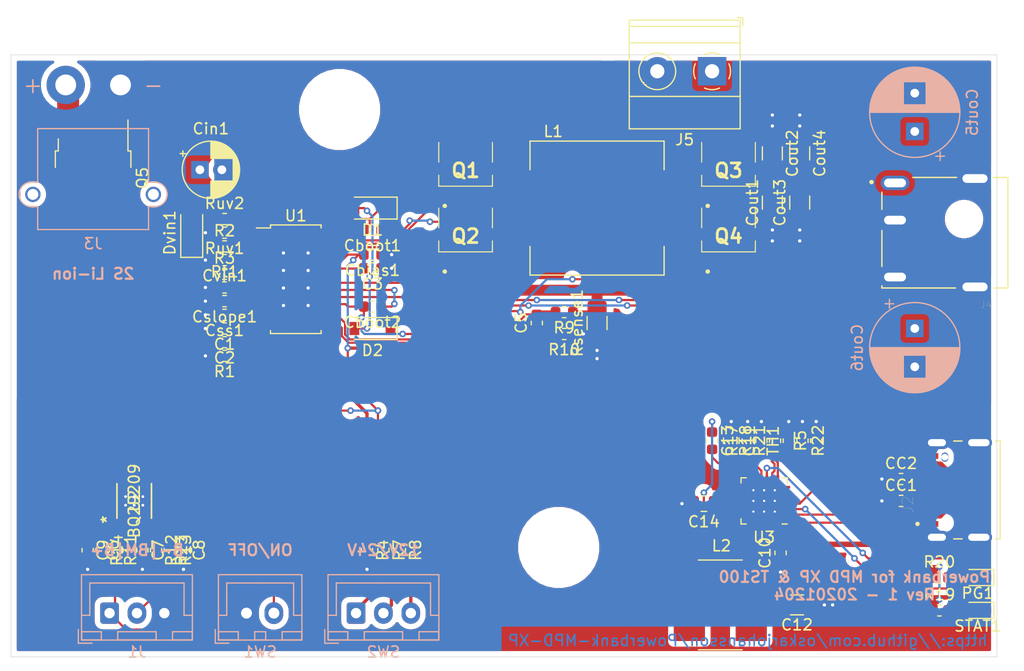
<source format=kicad_pcb>
(kicad_pcb (version 20171130) (host pcbnew "(5.1.6)-1")
  (layers (0 F.Cu signal) (31 B.Cu signal) (34 B.Paste user) (35 F.Paste user) (36 B.SilkS user) (37 F.SilkS user) (38 B.Mask user) (39 F.Mask user) (44 Edge.Cuts user))
  (net 0 "")
  (net 1 "Net-(C2-Pad2)")
  (net 2 "Net-(C5-Pad2)")
  (net 3 "Net-(C5-Pad1)")
  (net 4 "Net-(C6-Pad1)")
  (net 5 +VDC)
  (net 6 "Net-(C9-Pad1)")
  (net 7 GND)
  (net 8 "Net-(Q2-Pad1)")
  (net 9 "Net-(Q2-Pad2)")
  (net 10 "/Boost module/VCC")
  (net 11 "Net-(C6-Pad2)")
  (net 12 "Net-(C8-Pad1)")
  (net 13 "Net-(C13-Pad2)")
  (net 14 "/Boost module/VOUT")
  (net 15 "Net-(Cboot1-Pad2)")
  (net 16 "Net-(Cboot1-Pad1)")
  (net 17 "Net-(Cboot2-Pad1)")
  (net 18 "Net-(Cboot2-Pad2)")
  (net 19 "Net-(Cslope1-Pad1)")
  (net 20 "Net-(Css1-Pad1)")
  (net 21 "Net-(Cvin1-Pad1)")
  (net 22 "Net-(Dvin1-Pad1)")
  (net 23 /Battery/CELL2)
  (net 24 /Battery/CELL1)
  (net 25 "Net-(Q1-Pad2)")
  (net 26 "Net-(Q3-Pad2)")
  (net 27 "Net-(Q4-Pad2)")
  (net 28 "Net-(Q5-Pad1)")
  (net 29 "Net-(R3-Pad2)")
  (net 30 "Net-(R7-Pad2)")
  (net 31 "Net-(R8-Pad2)")
  (net 32 "Net-(R13-Pad1)")
  (net 33 "Net-(R21-Pad1)")
  (net 34 "/Charge module/REGN")
  (net 35 "Net-(Ruv1-Pad1)")
  (net 36 "Net-(U1-Pad17)")
  (net 37 "/Boost module/COMP")
  (net 38 "/Boost module/RTSYNC")
  (net 39 "/Boost module/FB")
  (net 40 "Net-(J2-PadA7)")
  (net 41 "/Charge module/~CE")
  (net 42 "Net-(C14-Pad1)")
  (net 43 "Net-(J2-PadA6)")
  (net 44 "Net-(CC1-Pad2)")
  (net 45 "Net-(CC2-Pad2)")
  (net 46 "Net-(U2-Pad8)")
  (net 47 "/Charge module/PMID")
  (net 48 "/Charge module/SW")
  (net 49 "/Charge module/ICHGSET")
  (net 50 "/Charge module/ILIM")
  (net 51 "Net-(PG1-Pad1)")
  (net 52 "Net-(PG1-Pad2)")
  (net 53 "Net-(R19-Pad2)")
  (net 54 "Net-(STAT1-Pad1)")
  (net 55 "Net-(J2-PadB8)")
  (net 56 "Net-(J2-PadA8)")
  (net 57 "/Charge module/VBUS")
  (net 58 MODE)
  (module outdoor-sense-footprint:BQ29209DRBR (layer F.Cu) (at 111.25 90.75 90)
    (fp_text reference U2 (at 0 0 90) (layer F.SilkS))
    (fp_text value BQ29209 (at 0 0 90) (layer F.SilkS))
    (fp_line (start 0 -1.2) (end 0 -1.2) (layer F.Cu) (width 0.1524))
    (fp_line (start 0 -1.2) (end 0 -1.2) (layer F.Cu) (width 0.1524))
    (fp_line (start 0 -1.2) (end 0 -1.2) (layer F.Cu) (width 0.1524))
    (fp_line (start 0 -1.2) (end 0 -1.2) (layer F.Cu) (width 0.1524))
    (fp_line (start 0 -1.2) (end 0 -1.2) (layer F.Cu) (width 0.1524))
    (fp_line (start 0 -1.2) (end 0 -1.2) (layer F.Cu) (width 0.1524))
    (fp_line (start 0 -1.2) (end 0 -1.2) (layer F.Cu) (width 0.1524))
    (fp_line (start 0 -1.2) (end 0 -1.2) (layer F.Cu) (width 0.1524))
    (fp_line (start 0 1.2) (end 0 1.2) (layer F.Cu) (width 0.1524))
    (fp_line (start 0 1.2) (end 0 1.2) (layer F.Cu) (width 0.1524))
    (fp_line (start 0 1.2) (end 0 1.2) (layer F.Cu) (width 0.1524))
    (fp_line (start 0 1.2) (end 0 1.2) (layer F.Cu) (width 0.1524))
    (fp_line (start 0 1.2) (end 0 1.2) (layer F.Cu) (width 0.1524))
    (fp_line (start 0 1.2) (end 0 1.2) (layer F.Cu) (width 0.1524))
    (fp_line (start 0 1.2) (end 0 1.2) (layer F.Cu) (width 0.1524))
    (fp_line (start 0 1.2) (end 0 1.2) (layer F.Cu) (width 0.1524))
    (fp_text user * (at -1.708799 -2.468 90) (layer F.SilkS))
    (fp_text user * (at -1.708799 -2.468 90) (layer F.SilkS))
    (pad 9 thru_hole circle (at 0.3937 -0.7874 90) (size 0.508 0.508) (drill 0.254) (layers *.Cu *.Mask) (net 7 GND))
    (pad 9 thru_hole circle (at 0.3937 0 90) (size 0.508 0.508) (drill 0.254) (layers *.Cu *.Mask) (net 7 GND))
    (pad 9 thru_hole circle (at 0.3937 0.7874 90) (size 0.508 0.508) (drill 0.254) (layers *.Cu *.Mask) (net 7 GND))
    (pad 9 thru_hole circle (at -0.3937 -0.7874 90) (size 0.508 0.508) (drill 0.254) (layers *.Cu *.Mask) (net 7 GND))
    (pad 9 thru_hole circle (at -0.3937 0 90) (size 0.508 0.508) (drill 0.254) (layers *.Cu *.Mask) (net 7 GND))
    (pad 9 thru_hole circle (at -0.3937 0.7874 90) (size 0.508 0.508) (drill 0.254) (layers *.Cu *.Mask) (net 7 GND))
    (pad 9 smd rect (at 0 0 90) (size 1.6 2.4) (layers F.Cu F.Paste F.Mask) (net 7 GND))
    (pad 8 smd rect (at 1.475001 -0.974999 90) (size 0.85 0.35) (layers F.Cu F.Paste F.Mask) (net 46 "Net-(U2-Pad8)"))
    (pad 7 smd rect (at 1.475001 -0.325001 90) (size 0.85 0.35) (layers F.Cu F.Paste F.Mask) (net 6 "Net-(C9-Pad1)"))
    (pad 6 smd rect (at 1.475001 0.325001 90) (size 0.85 0.35) (layers F.Cu F.Paste F.Mask) (net 7 GND))
    (pad 5 smd rect (at 1.475001 0.974999 90) (size 0.85 0.35) (layers F.Cu F.Paste F.Mask) (net 7 GND))
    (pad 4 smd rect (at -1.475001 0.974999 90) (size 0.85 0.35) (layers F.Cu F.Paste F.Mask) (net 12 "Net-(C8-Pad1)"))
    (pad 3 smd rect (at -1.475001 0.325001 90) (size 0.85 0.35) (layers F.Cu F.Paste F.Mask) (net 32 "Net-(R13-Pad1)"))
    (pad 2 smd rect (at -1.475001 -0.325001 90) (size 0.85 0.35) (layers F.Cu F.Paste F.Mask) (net 11 "Net-(C6-Pad2)"))
    (pad 1 smd rect (at -1.475001 -0.974999 90) (size 0.85 0.35) (layers F.Cu F.Paste F.Mask) (net 4 "Net-(C6-Pad1)"))
  )
  (module connectors:USB_C_JAE_DX07S016JA1R1500 (layer F.Cu) (at 185.25 89.75 90)
    (fp_text reference J2 (at -1.325 -3.385 90) (layer F.SilkS) (effects (font (thickness 0.015))))
    (fp_text value USB_C_Receptacle_USB2.0)
    (pad S1 thru_hole oval (at 4.32 3.1 90) (size 1.2 2.4) (drill oval 0.65 1.95) (layers *.Cu *.Mask) (net 7 GND))
    (pad S1 thru_hole oval (at -4.32 3.1 90) (size 1.2 2.4) (drill oval 0.65 1.95) (layers *.Cu *.Mask) (net 7 GND))
    (pad S1 thru_hole oval (at 4.32 -0.725 90) (size 1.158 2.316) (drill oval 0.65 1.65) (layers *.Cu *.Mask) (net 7 GND))
    (pad S1 thru_hole oval (at -4.32 -0.725 90) (size 1.158 2.316) (drill oval 0.65 1.65) (layers *.Cu *.Mask) (net 7 GND))
    (pad None np_thru_hole circle (at -3 0 90) (size 0.63 0.63) (drill 0.63) (layers *.Cu *.Mask))
    (pad S1 smd rect (at 1.4 3.1 90) (size 1 2) (layers F.Cu F.Paste F.Mask) (net 7 GND))
    (pad S1 smd rect (at -1.4 3.1 90) (size 1 2) (layers F.Cu F.Paste F.Mask) (net 7 GND))
    (pad "" np_thru_hole oval (at 3 0 90) (size 0.85 0.6) (drill 0.6) (layers *.Cu *.Mask))
    (pad B5 smd rect (at 1.25 -1.1 90) (size 0.27 1) (layers F.Cu F.Paste F.Mask) (net 45 "Net-(CC2-Pad2)"))
    (pad B7 smd rect (at 0.75 -1.1 90) (size 0.27 1) (layers F.Cu F.Paste F.Mask) (net 40 "Net-(J2-PadA7)"))
    (pad B6 smd rect (at 0.25 -1.1 90) (size 0.27 1) (layers F.Cu F.Paste F.Mask) (net 43 "Net-(J2-PadA6)"))
    (pad A6 smd rect (at -0.25 -1.1 90) (size 0.27 1) (layers F.Cu F.Paste F.Mask) (net 43 "Net-(J2-PadA6)"))
    (pad B7 smd rect (at -0.75 -1.1 90) (size 0.27 1) (layers F.Cu F.Paste F.Mask) (net 40 "Net-(J2-PadA7)"))
    (pad B8 smd rect (at -1.25 -1.1 90) (size 0.27 1) (layers F.Cu F.Paste F.Mask) (net 55 "Net-(J2-PadB8)"))
    (pad A8 smd rect (at 1.75 -1.1 90) (size 0.27 1) (layers F.Cu F.Paste F.Mask) (net 56 "Net-(J2-PadA8)"))
    (pad A5 smd rect (at -1.75 -1.1 90) (size 0.27 1) (layers F.Cu F.Paste F.Mask) (net 44 "Net-(CC1-Pad2)"))
    (pad A4 smd rect (at 2.35 -1.1 90) (size 0.52 1) (layers F.Cu F.Paste F.Mask) (net 57 "/Charge module/VBUS"))
    (pad A4 smd rect (at -2.35 -1.1 90) (size 0.52 1) (layers F.Cu F.Paste F.Mask) (net 57 "/Charge module/VBUS"))
    (pad A1 smd rect (at 3.1 -1.1 90) (size 0.52 1) (layers F.Cu F.Paste F.Mask) (net 7 GND))
    (pad A1 smd rect (at -3.1 -1.1 90) (size 0.52 1) (layers F.Cu F.Paste F.Mask) (net 7 GND))
  )
  (module Capacitor_SMD:C_0603_1608Metric (layer F.Cu) (at 119.5 75 180)
    (fp_text reference C1 (at 0 -1.43) (layer F.SilkS))
    (fp_text value 560pF)
    (pad 1 smd roundrect (at -0.7875 0 180) (size 0.875 0.95) (layers F.Cu F.Paste F.Mask) (net 37 "/Boost module/COMP"))
    (pad 2 smd roundrect (at 0.7875 0 180) (size 0.875 0.95) (layers F.Cu F.Paste F.Mask) (net 7 GND))
  )
  (module Capacitor_SMD:C_0603_1608Metric (layer F.Cu) (at 119.5 76.25 180)
    (fp_text reference C2 (at 0 -1.43) (layer F.SilkS))
    (fp_text value 33nF)
    (pad 2 smd roundrect (at 0.7875 0 180) (size 0.875 0.95) (layers F.Cu F.Paste F.Mask) (net 1 "Net-(C2-Pad2)"))
    (pad 1 smd roundrect (at -0.7875 0 180) (size 0.875 0.95) (layers F.Cu F.Paste F.Mask) (net 37 "/Boost module/COMP"))
  )
  (module Capacitor_SMD:C_0603_1608Metric (layer F.Cu) (at 133 69.5 180)
    (fp_text reference C3 (at 0 -1.43) (layer F.SilkS))
    (fp_text value 1uF)
    (pad 1 smd roundrect (at -0.7875 0 180) (size 0.875 0.95) (layers F.Cu F.Paste F.Mask) (net 7 GND))
    (pad 2 smd roundrect (at 0.7875 0 180) (size 0.875 0.95) (layers F.Cu F.Paste F.Mask) (net 10 "/Boost module/VCC"))
  )
  (module Capacitor_SMD:C_0603_1608Metric (layer F.Cu) (at 148 74.5 90)
    (fp_text reference C5 (at 0 -1.43 90) (layer F.SilkS))
    (fp_text value 47pF)
    (pad 2 smd roundrect (at 0.7875 0 90) (size 0.875 0.95) (layers F.Cu F.Paste F.Mask) (net 2 "Net-(C5-Pad2)"))
    (pad 1 smd roundrect (at -0.7875 0 90) (size 0.875 0.95) (layers F.Cu F.Paste F.Mask) (net 3 "Net-(C5-Pad1)"))
  )
  (module Capacitor_SMD:C_0603_1608Metric (layer F.Cu) (at 110.75 95.25 90)
    (fp_text reference C6 (at 0 -1.43 90) (layer F.SilkS))
    (fp_text value 0.1uF)
    (pad 2 smd roundrect (at 0.7875 0 90) (size 0.875 0.95) (layers F.Cu F.Paste F.Mask) (net 11 "Net-(C6-Pad2)"))
    (pad 1 smd roundrect (at -0.7875 0 90) (size 0.875 0.95) (layers F.Cu F.Paste F.Mask) (net 4 "Net-(C6-Pad1)"))
  )
  (module Capacitor_SMD:C_0603_1608Metric (layer F.Cu) (at 112 95.25 270)
    (fp_text reference C7 (at 0 -1.43 90) (layer F.SilkS))
    (fp_text value 0.1uF)
    (pad 2 smd roundrect (at 0.7875 0 270) (size 0.875 0.95) (layers F.Cu F.Paste F.Mask) (net 7 GND))
    (pad 1 smd roundrect (at -0.7875 0 270) (size 0.875 0.95) (layers F.Cu F.Paste F.Mask) (net 11 "Net-(C6-Pad2)"))
  )
  (module Capacitor_SMD:C_0603_1608Metric (layer F.Cu) (at 115.75 95.25 270)
    (fp_text reference C8 (at 0 -1.43 90) (layer F.SilkS))
    (fp_text value 0.1uF)
    (pad 1 smd roundrect (at -0.7875 0 270) (size 0.875 0.95) (layers F.Cu F.Paste F.Mask) (net 12 "Net-(C8-Pad1)"))
    (pad 2 smd roundrect (at 0.7875 0 270) (size 0.875 0.95) (layers F.Cu F.Paste F.Mask) (net 7 GND))
  )
  (module Capacitor_SMD:C_0603_1608Metric (layer F.Cu) (at 107 95.25 270)
    (fp_text reference C9 (at 0 -1.43 90) (layer F.SilkS))
    (fp_text value 0.1uF)
    (pad 1 smd roundrect (at -0.7875 0 270) (size 0.875 0.95) (layers F.Cu F.Paste F.Mask) (net 6 "Net-(C9-Pad1)"))
    (pad 2 smd roundrect (at 0.7875 0 270) (size 0.875 0.95) (layers F.Cu F.Paste F.Mask) (net 7 GND))
  )
  (module Capacitor_SMD:C_0603_1608Metric (layer F.Cu) (at 164 85.25 270)
    (fp_text reference C13 (at 0 -1.43 90) (layer F.SilkS))
    (fp_text value 47nF)
    (pad 1 smd roundrect (at -0.7875 0 270) (size 0.875 0.95) (layers F.Cu F.Paste F.Mask) (net 48 "/Charge module/SW"))
    (pad 2 smd roundrect (at 0.7875 0 270) (size 0.875 0.95) (layers F.Cu F.Paste F.Mask) (net 13 "Net-(C13-Pad2)"))
  )
  (module Capacitor_SMD:C_0603_1608Metric (layer F.Cu) (at 133 68.25 180)
    (fp_text reference Cbias1 (at 0 -1.43) (layer F.SilkS))
    (fp_text value 0.1uF)
    (pad 2 smd roundrect (at 0.7875 0 180) (size 0.875 0.95) (layers F.Cu F.Paste F.Mask) (net 14 "/Boost module/VOUT"))
    (pad 1 smd roundrect (at -0.7875 0 180) (size 0.875 0.95) (layers F.Cu F.Paste F.Mask) (net 7 GND))
  )
  (module Capacitor_SMD:C_0603_1608Metric (layer F.Cu) (at 133 66 180)
    (fp_text reference Cboot1 (at 0 -1.43) (layer F.SilkS))
    (fp_text value 0.1uF)
    (pad 2 smd roundrect (at 0.7875 0 180) (size 0.875 0.95) (layers F.Cu F.Paste F.Mask) (net 15 "Net-(Cboot1-Pad2)"))
    (pad 1 smd roundrect (at -0.7875 0 180) (size 0.875 0.95) (layers F.Cu F.Paste F.Mask) (net 16 "Net-(Cboot1-Pad1)"))
  )
  (module Capacitor_SMD:C_0603_1608Metric (layer F.Cu) (at 133 73 180)
    (fp_text reference Cboot2 (at 0 -1.43) (layer F.SilkS))
    (fp_text value 0.1uF)
    (pad 1 smd roundrect (at -0.7875 0 180) (size 0.875 0.95) (layers F.Cu F.Paste F.Mask) (net 17 "Net-(Cboot2-Pad1)"))
    (pad 2 smd roundrect (at 0.7875 0 180) (size 0.875 0.95) (layers F.Cu F.Paste F.Mask) (net 18 "Net-(Cboot2-Pad2)"))
  )
  (module Capacitor_SMD:C_0603_1608Metric (layer F.Cu) (at 119.5 72.5 180)
    (fp_text reference Cslope1 (at 0 -1.43) (layer F.SilkS))
    (fp_text value 220pF)
    (pad 2 smd roundrect (at 0.7875 0 180) (size 0.875 0.95) (layers F.Cu F.Paste F.Mask) (net 7 GND))
    (pad 1 smd roundrect (at -0.7875 0 180) (size 0.875 0.95) (layers F.Cu F.Paste F.Mask) (net 19 "Net-(Cslope1-Pad1)"))
  )
  (module Capacitor_SMD:C_0603_1608Metric (layer F.Cu) (at 119.5 73.75 180)
    (fp_text reference Css1 (at 0 -1.43) (layer F.SilkS))
    (fp_text value 0.1uF)
    (pad 1 smd roundrect (at -0.7875 0 180) (size 0.875 0.95) (layers F.Cu F.Paste F.Mask) (net 20 "Net-(Css1-Pad1)"))
    (pad 2 smd roundrect (at 0.7875 0 180) (size 0.875 0.95) (layers F.Cu F.Paste F.Mask) (net 7 GND))
  )
  (module Capacitor_SMD:C_0603_1608Metric (layer F.Cu) (at 119.5 68.75 180)
    (fp_text reference Cvin1 (at 0 -1.43) (layer F.SilkS))
    (fp_text value 0.1uF)
    (pad 2 smd roundrect (at 0.7875 0 180) (size 0.875 0.95) (layers F.Cu F.Paste F.Mask) (net 7 GND))
    (pad 1 smd roundrect (at -0.7875 0 180) (size 0.875 0.95) (layers F.Cu F.Paste F.Mask) (net 21 "Net-(Cvin1-Pad1)"))
  )
  (module Diode_SMD:D_SOD-123 (layer F.Cu) (at 133 64 180)
    (fp_text reference D1 (at 0 -2) (layer F.SilkS))
    (fp_text value Dboot1)
    (pad 1 smd rect (at -1.65 0 180) (size 0.9 1.2) (layers F.Cu F.Paste F.Mask) (net 15 "Net-(Cboot1-Pad2)"))
    (pad 2 smd rect (at 1.65 0 180) (size 0.9 1.2) (layers F.Cu F.Paste F.Mask) (net 10 "/Boost module/VCC"))
  )
  (module Diode_SMD:D_SOD-123 (layer F.Cu) (at 133 75 180)
    (fp_text reference D2 (at 0 -2) (layer F.SilkS))
    (fp_text value Dboot2)
    (pad 1 smd rect (at -1.65 0 180) (size 0.9 1.2) (layers F.Cu F.Paste F.Mask) (net 17 "Net-(Cboot2-Pad1)"))
    (pad 2 smd rect (at 1.65 0 180) (size 0.9 1.2) (layers F.Cu F.Paste F.Mask) (net 10 "/Boost module/VCC"))
  )
  (module Diode_SMD:D_0603_1608Metric (layer F.Cu) (at 188.25 100.75 180)
    (fp_text reference STAT1 (at 0 -1.43) (layer F.SilkS))
    (fp_text value STAT)
    (pad 2 smd roundrect (at 0.7875 0 180) (size 0.875 0.95) (layers F.Cu F.Paste F.Mask) (net 53 "Net-(R19-Pad2)"))
    (pad 1 smd roundrect (at -0.7875 0 180) (size 0.875 0.95) (layers F.Cu F.Paste F.Mask) (net 54 "Net-(STAT1-Pad1)"))
  )
  (module Diode_SMD:D_0603_1608Metric (layer F.Cu) (at 188.25 97.75 180)
    (fp_text reference PG1 (at 0 -1.43) (layer F.SilkS))
    (fp_text value ~PG)
    (pad 1 smd roundrect (at -0.7875 0 180) (size 0.875 0.95) (layers F.Cu F.Paste F.Mask) (net 51 "Net-(PG1-Pad1)"))
    (pad 2 smd roundrect (at 0.7875 0 180) (size 0.875 0.95) (layers F.Cu F.Paste F.Mask) (net 52 "Net-(PG1-Pad2)"))
  )
  (module Diode_SMD:D_SOD-123 (layer F.Cu) (at 116.5 66.25 90)
    (fp_text reference Dvin1 (at 0 -2 90) (layer F.SilkS))
    (fp_text value VIN)
    (pad 1 smd rect (at -1.65 0 90) (size 0.9 1.2) (layers F.Cu F.Paste F.Mask) (net 22 "Net-(Dvin1-Pad1)"))
    (pad 2 smd rect (at 1.65 0 90) (size 0.9 1.2) (layers F.Cu F.Paste F.Mask) (net 5 +VDC))
  )
  (module Connector_JST:JST_XH_B3B-XH-A_1x03_P2.50mm_Vertical (layer B.Cu) (at 109 101)
    (fp_text reference J1 (at 2.5 3.55 180) (layer B.SilkS) (effects (justify mirror)))
    (fp_text value "Balance conn")
    (pad 1 thru_hole roundrect (at 0 0) (size 1.7 1.95) (drill 0.95) (layers *.Cu *.Mask) (roundrect_rratio 0.147059) (net 23 /Battery/CELL2))
    (pad 2 thru_hole oval (at 2.5 0) (size 1.7 1.95) (drill 0.95) (layers *.Cu *.Mask) (net 24 /Battery/CELL1))
    (pad 3 thru_hole oval (at 5 0) (size 1.7 1.95) (drill 0.95) (layers *.Cu *.Mask) (net 7 GND))
  )
  (module Package_TO_SOT_SMD:TO-252-2 (layer F.Cu) (at 107.5 61.25 270)
    (fp_text reference Q5 (at 0 -4.5 90) (layer F.SilkS))
    (fp_text value Q_PMOS_GDS)
    (pad 1 smd rect (at -4.2 -2.28 270) (size 2.2 1.2) (layers F.Cu F.Paste F.Mask) (net 28 "Net-(Q5-Pad1)"))
    (pad 3 smd rect (at -4.2 2.28 270) (size 2.2 1.2) (layers F.Cu F.Paste F.Mask) (net 23 /Battery/CELL2))
    (pad 2 smd rect (at 2.1 0 270) (size 6.4 5.8) (layers F.Cu F.Mask) (net 5 +VDC))
  )
  (module Resistor_SMD:R_0603_1608Metric (layer F.Cu) (at 119.5 77.5 180)
    (fp_text reference R1 (at 0 -1.43) (layer F.SilkS))
    (fp_text value 10k)
    (pad 2 smd roundrect (at 0.7875 0 180) (size 0.875 0.95) (layers F.Cu F.Paste F.Mask) (net 7 GND))
    (pad 1 smd roundrect (at -0.7875 0 180) (size 0.875 0.95) (layers F.Cu F.Paste F.Mask) (net 1 "Net-(C2-Pad2)"))
  )
  (module Resistor_SMD:R_0603_1608Metric (layer F.Cu) (at 119.5 67.5)
    (fp_text reference R2 (at 0 -1.43) (layer F.SilkS))
    (fp_text value 10)
    (pad 1 smd roundrect (at -0.7875 0) (size 0.875 0.95) (layers F.Cu F.Paste F.Mask) (net 22 "Net-(Dvin1-Pad1)"))
    (pad 2 smd roundrect (at 0.7875 0) (size 0.875 0.95) (layers F.Cu F.Paste F.Mask) (net 21 "Net-(Cvin1-Pad1)"))
  )
  (module Resistor_SMD:R_0603_1608Metric (layer F.Cu) (at 119.5 70)
    (fp_text reference R3 (at 0 -1.43) (layer F.SilkS))
    (fp_text value 2k)
    (pad 2 smd roundrect (at 0.7875 0) (size 0.875 0.95) (layers F.Cu F.Paste F.Mask) (net 29 "Net-(R3-Pad2)"))
    (pad 1 smd roundrect (at -0.7875 0) (size 0.875 0.95) (layers F.Cu F.Paste F.Mask) (net 5 +VDC))
  )
  (module Resistor_SMD:R_0603_1608Metric (layer F.Cu) (at 132.5 95.25 270)
    (fp_text reference R4 (at 0 -1.43 90) (layer F.SilkS))
    (fp_text value 20k)
    (pad 2 smd roundrect (at 0.7875 0 270) (size 0.875 0.95) (layers F.Cu F.Paste F.Mask) (net 7 GND))
    (pad 1 smd roundrect (at -0.7875 0 270) (size 0.875 0.95) (layers F.Cu F.Paste F.Mask) (net 39 "/Boost module/FB"))
  )
  (module Resistor_SMD:R_0603_1608Metric (layer F.Cu) (at 134 95.25 270)
    (fp_text reference R7 (at 0 -1.43 90) (layer F.SilkS))
    (fp_text value 280k)
    (pad 1 smd roundrect (at -0.7875 0 270) (size 0.875 0.95) (layers F.Cu F.Paste F.Mask) (net 14 "/Boost module/VOUT"))
    (pad 2 smd roundrect (at 0.7875 0 270) (size 0.875 0.95) (layers F.Cu F.Paste F.Mask) (net 30 "Net-(R7-Pad2)"))
  )
  (module Resistor_SMD:R_0603_1608Metric (layer F.Cu) (at 135.5 95.25 270)
    (fp_text reference R8 (at 0 -1.43 90) (layer F.SilkS))
    (fp_text value 580k)
    (pad 1 smd roundrect (at -0.7875 0 270) (size 0.875 0.95) (layers F.Cu F.Paste F.Mask) (net 14 "/Boost module/VOUT"))
    (pad 2 smd roundrect (at 0.7875 0 270) (size 0.875 0.95) (layers F.Cu F.Paste F.Mask) (net 31 "Net-(R8-Pad2)"))
  )
  (module Resistor_SMD:R_0603_1608Metric (layer F.Cu) (at 150.5 73.5 180)
    (fp_text reference R9 (at 0 -1.43) (layer F.SilkS))
    (fp_text value 100)
    (pad 1 smd roundrect (at -0.7875 0 180) (size 0.875 0.95) (layers F.Cu F.Paste F.Mask) (net 8 "Net-(Q2-Pad1)"))
    (pad 2 smd roundrect (at 0.7875 0 180) (size 0.875 0.95) (layers F.Cu F.Paste F.Mask) (net 2 "Net-(C5-Pad2)"))
  )
  (module Resistor_SMD:R_0603_1608Metric (layer F.Cu) (at 150.5 75.5 180)
    (fp_text reference R10 (at 0 -1.43) (layer F.SilkS))
    (fp_text value 100)
    (pad 2 smd roundrect (at 0.7875 0 180) (size 0.875 0.95) (layers F.Cu F.Paste F.Mask) (net 3 "Net-(C5-Pad1)"))
    (pad 1 smd roundrect (at -0.7875 0 180) (size 0.875 0.95) (layers F.Cu F.Paste F.Mask) (net 7 GND))
  )
  (module Resistor_SMD:R_0603_1608Metric (layer F.Cu) (at 109.5 95.25 270)
    (fp_text reference R11 (at 0 -1.43 90) (layer F.SilkS))
    (fp_text value 160)
    (pad 1 smd roundrect (at -0.7875 0 270) (size 0.875 0.95) (layers F.Cu F.Paste F.Mask) (net 4 "Net-(C6-Pad1)"))
    (pad 2 smd roundrect (at 0.7875 0 270) (size 0.875 0.95) (layers F.Cu F.Paste F.Mask) (net 23 /Battery/CELL2))
  )
  (module Resistor_SMD:R_0603_1608Metric (layer F.Cu) (at 113.25 95.25 270)
    (fp_text reference R12 (at 0 -1.43 90) (layer F.SilkS))
    (fp_text value 260)
    (pad 2 smd roundrect (at 0.7875 0 270) (size 0.875 0.95) (layers F.Cu F.Paste F.Mask) (net 24 /Battery/CELL1))
    (pad 1 smd roundrect (at -0.7875 0 270) (size 0.875 0.95) (layers F.Cu F.Paste F.Mask) (net 11 "Net-(C6-Pad2)"))
  )
  (module Resistor_SMD:R_0603_1608Metric (layer F.Cu) (at 114.5 95.25 270)
    (fp_text reference R13 (at 0 -1.43 90) (layer F.SilkS))
    (fp_text value 100)
    (pad 1 smd roundrect (at -0.7875 0 270) (size 0.875 0.95) (layers F.Cu F.Paste F.Mask) (net 32 "Net-(R13-Pad1)"))
    (pad 2 smd roundrect (at 0.7875 0 270) (size 0.875 0.95) (layers F.Cu F.Paste F.Mask) (net 24 /Battery/CELL1))
  )
  (module Resistor_SMD:R_0603_1608Metric (layer F.Cu) (at 108.25 95.25 270)
    (fp_text reference R14 (at 0 -1.43 90) (layer F.SilkS))
    (fp_text value 100)
    (pad 2 smd roundrect (at 0.7875 0 270) (size 0.875 0.95) (layers F.Cu F.Paste F.Mask) (net 23 /Battery/CELL2))
    (pad 1 smd roundrect (at -0.7875 0 270) (size 0.875 0.95) (layers F.Cu F.Paste F.Mask) (net 6 "Net-(C9-Pad1)"))
  )
  (module Resistor_SMD:R_0603_1608Metric (layer F.Cu) (at 181.25 90.75)
    (fp_text reference CC1 (at 0 -1.43) (layer F.SilkS))
    (fp_text value 5.1k)
    (pad 1 smd roundrect (at -0.7875 0) (size 0.875 0.95) (layers F.Cu F.Paste F.Mask) (net 7 GND))
    (pad 2 smd roundrect (at 0.7875 0) (size 0.875 0.95) (layers F.Cu F.Paste F.Mask) (net 44 "Net-(CC1-Pad2)"))
  )
  (module Resistor_SMD:R_0603_1608Metric (layer F.Cu) (at 181.25 88.75)
    (fp_text reference CC2 (at 0 -1.43) (layer F.SilkS))
    (fp_text value 5.1k)
    (pad 2 smd roundrect (at 0.7875 0) (size 0.875 0.95) (layers F.Cu F.Paste F.Mask) (net 45 "Net-(CC2-Pad2)"))
    (pad 1 smd roundrect (at -0.7875 0) (size 0.875 0.95) (layers F.Cu F.Paste F.Mask) (net 7 GND))
  )
  (module Resistor_SMD:R_0603_1608Metric (layer F.Cu) (at 167.25 85.25 90)
    (fp_text reference R17 (at 0 -1.43 90) (layer F.SilkS))
    (fp_text value 5.7k)
    (pad 2 smd roundrect (at 0.7875 0 90) (size 0.875 0.95) (layers F.Cu F.Paste F.Mask) (net 7 GND))
    (pad 1 smd roundrect (at -0.7875 0 90) (size 0.875 0.95) (layers F.Cu F.Paste F.Mask) (net 49 "/Charge module/ICHGSET"))
  )
  (module Resistor_SMD:R_0603_1608Metric (layer F.Cu) (at 168.5 85.25 90)
    (fp_text reference R18 (at 0 -1.43 90) (layer F.SilkS))
    (fp_text value 383)
    (pad 2 smd roundrect (at 0.7875 0 90) (size 0.875 0.95) (layers F.Cu F.Paste F.Mask) (net 7 GND))
    (pad 1 smd roundrect (at -0.7875 0 90) (size 0.875 0.95) (layers F.Cu F.Paste F.Mask) (net 50 "/Charge module/ILIM"))
  )
  (module Resistor_SMD:R_0603_1608Metric (layer F.Cu) (at 184.75 100.75)
    (fp_text reference R19 (at 0 -1.43) (layer F.SilkS))
    (fp_text value 1k)
    (pad 1 smd roundrect (at -0.7875 0) (size 0.875 0.95) (layers F.Cu F.Paste F.Mask) (net 5 +VDC))
    (pad 2 smd roundrect (at 0.7875 0) (size 0.875 0.95) (layers F.Cu F.Paste F.Mask) (net 53 "Net-(R19-Pad2)"))
  )
  (module Resistor_SMD:R_0603_1608Metric (layer F.Cu) (at 184.75 97.75)
    (fp_text reference R20 (at 0 -1.43) (layer F.SilkS))
    (fp_text value 1k)
    (pad 2 smd roundrect (at 0.7875 0) (size 0.875 0.95) (layers F.Cu F.Paste F.Mask) (net 52 "Net-(PG1-Pad2)"))
    (pad 1 smd roundrect (at -0.7875 0) (size 0.875 0.95) (layers F.Cu F.Paste F.Mask) (net 5 +VDC))
  )
  (module Resistor_SMD:R_0603_1608Metric (layer F.Cu) (at 169.75 85.25 90)
    (fp_text reference R21 (at 0 -1.43 90) (layer F.SilkS))
    (fp_text value 5.23k)
    (pad 1 smd roundrect (at -0.7875 0 90) (size 0.875 0.95) (layers F.Cu F.Paste F.Mask) (net 33 "Net-(R21-Pad1)"))
    (pad 2 smd roundrect (at 0.7875 0 90) (size 0.875 0.95) (layers F.Cu F.Paste F.Mask) (net 34 "/Charge module/REGN"))
  )
  (module Resistor_SMD:R_0603_1608Metric (layer F.Cu) (at 172.25 85.25 270)
    (fp_text reference R22 (at 0 -1.43 90) (layer F.SilkS))
    (fp_text value 30.1k)
    (pad 1 smd roundrect (at -0.7875 0 270) (size 0.875 0.95) (layers F.Cu F.Paste F.Mask) (net 7 GND))
    (pad 2 smd roundrect (at 0.7875 0 270) (size 0.875 0.95) (layers F.Cu F.Paste F.Mask) (net 33 "Net-(R21-Pad1)"))
  )
  (module Resistor_SMD:R_0603_1608Metric (layer F.Cu) (at 117 95.25 90)
    (fp_text reference R23 (at 0 -1.43 90) (layer F.SilkS))
    (fp_text value 10k)
    (pad 1 smd roundrect (at -0.7875 0 90) (size 0.875 0.95) (layers F.Cu F.Paste F.Mask) (net 23 /Battery/CELL2))
    (pad 2 smd roundrect (at 0.7875 0 90) (size 0.875 0.95) (layers F.Cu F.Paste F.Mask) (net 28 "Net-(Q5-Pad1)"))
  )
  (module Resistor_SMD:R_1206_3216Metric (layer F.Cu) (at 153.5 74.5 90)
    (fp_text reference Rsense1 (at 0 -1.82 90) (layer F.SilkS))
    (fp_text value R008)
    (pad 2 smd roundrect (at 1.4 0 90) (size 1.25 1.75) (layers F.Cu F.Paste F.Mask) (roundrect_rratio 0.2) (net 8 "Net-(Q2-Pad1)"))
    (pad 1 smd roundrect (at -1.4 0 90) (size 1.25 1.75) (layers F.Cu F.Paste F.Mask) (roundrect_rratio 0.2) (net 7 GND))
  )
  (module Resistor_SMD:R_0603_1608Metric (layer F.Cu) (at 119.5 71.25)
    (fp_text reference Rt1 (at 0 -1.43) (layer F.SilkS))
    (fp_text value 27.4k)
    (pad 1 smd roundrect (at -0.7875 0) (size 0.875 0.95) (layers F.Cu F.Paste F.Mask) (net 7 GND))
    (pad 2 smd roundrect (at 0.7875 0) (size 0.875 0.95) (layers F.Cu F.Paste F.Mask) (net 38 "/Boost module/RTSYNC"))
  )
  (module Resistor_SMD:R_0603_1608Metric (layer F.Cu) (at 119.5 66.25 180)
    (fp_text reference Ruv1 (at 0 -1.43) (layer F.SilkS))
    (fp_text value 59k)
    (pad 2 smd roundrect (at 0.7875 0 180) (size 0.875 0.95) (layers F.Cu F.Paste F.Mask) (net 7 GND))
    (pad 1 smd roundrect (at -0.7875 0 180) (size 0.875 0.95) (layers F.Cu F.Paste F.Mask) (net 35 "Net-(Ruv1-Pad1)"))
  )
  (module Resistor_SMD:R_0603_1608Metric (layer F.Cu) (at 119.5 65)
    (fp_text reference Ruv2 (at 0 -1.43) (layer F.SilkS))
    (fp_text value 249k)
    (pad 1 smd roundrect (at -0.7875 0) (size 0.875 0.95) (layers F.Cu F.Paste F.Mask) (net 5 +VDC))
    (pad 2 smd roundrect (at 0.7875 0) (size 0.875 0.95) (layers F.Cu F.Paste F.Mask) (net 35 "Net-(Ruv1-Pad1)"))
  )
  (module Resistor_SMD:R_0603_1608Metric (layer F.Cu) (at 171 85.25 90)
    (fp_text reference TH1 (at 0 -1.43 90) (layer F.SilkS))
    (fp_text value 10k)
    (pad 2 smd roundrect (at 0.7875 0 90) (size 0.875 0.95) (layers F.Cu F.Paste F.Mask) (net 7 GND))
    (pad 1 smd roundrect (at -0.7875 0 90) (size 0.875 0.95) (layers F.Cu F.Paste F.Mask) (net 33 "Net-(R21-Pad1)"))
  )
  (module Package_SO:HTSSOP-28-1EP_4.4x9.7mm_P0.65mm_EP2.85x5.4mm_ThermalVias (layer F.Cu) (at 126 70.5)
    (fp_text reference U1 (at 0 -5.8) (layer F.SilkS))
    (fp_text value LM34936-Q1)
    (pad 1 smd roundrect (at -2.8625 -4.225) (size 1.475 0.4) (layers F.Cu F.Paste F.Mask) (net 35 "Net-(Ruv1-Pad1)"))
    (pad 2 smd roundrect (at -2.8625 -3.575) (size 1.475 0.4) (layers F.Cu F.Paste F.Mask) (net 21 "Net-(Cvin1-Pad1)"))
    (pad 3 smd roundrect (at -2.8625 -2.925) (size 1.475 0.4) (layers F.Cu F.Paste F.Mask) (net 29 "Net-(R3-Pad2)"))
    (pad 4 smd roundrect (at -2.8625 -2.275) (size 1.475 0.4) (layers F.Cu F.Paste F.Mask) (net 58 MODE))
    (pad 5 smd roundrect (at -2.8625 -1.625) (size 1.475 0.4) (layers F.Cu F.Paste F.Mask) (net 7 GND))
    (pad 6 smd roundrect (at -2.8625 -0.975) (size 1.475 0.4) (layers F.Cu F.Paste F.Mask) (net 38 "/Boost module/RTSYNC"))
    (pad 7 smd roundrect (at -2.8625 -0.325) (size 1.475 0.4) (layers F.Cu F.Paste F.Mask) (net 19 "Net-(Cslope1-Pad1)"))
    (pad 8 smd roundrect (at -2.8625 0.325) (size 1.475 0.4) (layers F.Cu F.Paste F.Mask) (net 20 "Net-(Css1-Pad1)"))
    (pad 9 smd roundrect (at -2.8625 0.975) (size 1.475 0.4) (layers F.Cu F.Paste F.Mask) (net 37 "/Boost module/COMP"))
    (pad 10 smd roundrect (at -2.8625 1.625) (size 1.475 0.4) (layers F.Cu F.Paste F.Mask) (net 7 GND))
    (pad 11 smd roundrect (at -2.8625 2.275) (size 1.475 0.4) (layers F.Cu F.Paste F.Mask) (net 39 "/Boost module/FB"))
    (pad 12 smd roundrect (at -2.8625 2.925) (size 1.475 0.4) (layers F.Cu F.Paste F.Mask) (net 14 "/Boost module/VOUT"))
    (pad 13 smd roundrect (at -2.8625 3.575) (size 1.475 0.4) (layers F.Cu F.Paste F.Mask) (net 7 GND))
    (pad 14 smd roundrect (at -2.8625 4.225) (size 1.475 0.4) (layers F.Cu F.Paste F.Mask) (net 7 GND))
    (pad 15 smd roundrect (at 2.8625 4.225) (size 1.475 0.4) (layers F.Cu F.Paste F.Mask) (net 3 "Net-(C5-Pad1)"))
    (pad 16 smd roundrect (at 2.8625 3.575) (size 1.475 0.4) (layers F.Cu F.Paste F.Mask) (net 2 "Net-(C5-Pad2)"))
    (pad 17 smd roundrect (at 2.8625 2.925) (size 1.475 0.4) (layers F.Cu F.Paste F.Mask) (net 36 "Net-(U1-Pad17)"))
    (pad 18 smd roundrect (at 2.8625 2.275) (size 1.475 0.4) (layers F.Cu F.Paste F.Mask) (net 18 "Net-(Cboot2-Pad2)"))
    (pad 19 smd roundrect (at 2.8625 1.625) (size 1.475 0.4) (layers F.Cu F.Paste F.Mask) (net 26 "Net-(Q3-Pad2)"))
    (pad 20 smd roundrect (at 2.8625 0.975) (size 1.475 0.4) (layers F.Cu F.Paste F.Mask) (net 17 "Net-(Cboot2-Pad1)"))
    (pad 21 smd roundrect (at 2.8625 0.325) (size 1.475 0.4) (layers F.Cu F.Paste F.Mask) (net 27 "Net-(Q4-Pad2)"))
    (pad 22 smd roundrect (at 2.8625 -0.325) (size 1.475 0.4) (layers F.Cu F.Paste F.Mask) (net 7 GND))
    (pad 23 smd roundrect (at 2.8625 -0.975) (size 1.475 0.4) (layers F.Cu F.Paste F.Mask) (net 10 "/Boost module/VCC"))
    (pad 24 smd roundrect (at 2.8625 -1.625) (size 1.475 0.4) (layers F.Cu F.Paste F.Mask) (net 14 "/Boost module/VOUT"))
    (pad 25 smd roundrect (at 2.8625 -2.275) (size 1.475 0.4) (layers F.Cu F.Paste F.Mask) (net 9 "Net-(Q2-Pad2)"))
    (pad 26 smd roundrect (at 2.8625 -2.925) (size 1.475 0.4) (layers F.Cu F.Paste F.Mask) (net 15 "Net-(Cboot1-Pad2)"))
    (pad 27 smd roundrect (at 2.8625 -3.575) (size 1.475 0.4) (layers F.Cu F.Paste F.Mask) (net 25 "Net-(Q1-Pad2)"))
    (pad 28 smd roundrect (at 2.8625 -4.225) (size 1.475 0.4) (layers F.Cu F.Paste F.Mask) (net 16 "Net-(Cboot1-Pad1)"))
    (pad 29 smd rect (at 0 0) (size 2.85 5.4) (layers F.Cu F.Mask) (net 7 GND))
    (pad 29 thru_hole circle (at -1.125 -2.4) (size 0.6 0.6) (drill 0.3) (layers *.Cu) (net 7 GND))
    (pad 29 thru_hole circle (at 1.125 -2.4) (size 0.6 0.6) (drill 0.3) (layers *.Cu) (net 7 GND))
    (pad 29 thru_hole circle (at -1.125 -0.8) (size 0.6 0.6) (drill 0.3) (layers *.Cu) (net 7 GND))
    (pad 29 thru_hole circle (at 1.125 -0.8) (size 0.6 0.6) (drill 0.3) (layers *.Cu) (net 7 GND))
    (pad 29 thru_hole circle (at -1.125 0.8) (size 0.6 0.6) (drill 0.3) (layers *.Cu) (net 7 GND))
    (pad 29 thru_hole circle (at 1.125 0.8) (size 0.6 0.6) (drill 0.3) (layers *.Cu) (net 7 GND))
    (pad 29 thru_hole circle (at -1.125 2.4) (size 0.6 0.6) (drill 0.3) (layers *.Cu) (net 7 GND))
    (pad 29 thru_hole circle (at 1.125 2.4) (size 0.6 0.6) (drill 0.3) (layers *.Cu) (net 7 GND))
    (pad 29 smd rect (at 0 0) (size 2.85 5.4) (layers B.Cu) (net 7 GND))
  )
  (module inductor:Pulse_PA4344.XXXNLT (layer F.Cu) (at 153.5 64)
    (fp_text reference L1 (at -4 -7) (layer F.SilkS))
    (fp_text value 4.7uH)
    (pad 1 smd rect (at -7.675 0 90) (size 12.5 3.15) (layers F.Cu F.Paste F.Mask) (net 16 "Net-(Cboot1-Pad1)"))
    (pad 2 smd rect (at 7.675 0 90) (size 12.5 3.15) (layers F.Cu F.Paste F.Mask) (net 18 "Net-(Cboot2-Pad2)"))
  )
  (module mosfet:8-PowerWDFN (layer F.Cu) (at 141.5 62)
    (fp_text reference Q1 (at 0 -1.43) (layer F.SilkS) (effects (font (size 1.27 1.27) (thickness 0.254))))
    (fp_text value NVTFS5C466NL hide)
    (pad 3 smd rect (at 0 -0.3) (size 3.46 0.57) (layers F.Cu F.Paste F.Mask) (net 5 +VDC))
    (pad 3 smd rect (at 0 -1) (size 2.37 2.3) (layers F.Cu F.Paste F.Mask) (net 5 +VDC))
    (pad 1 smd rect (at 0.325 1.081) (size 0.41 0.66) (layers F.Cu F.Paste F.Mask) (net 16 "Net-(Cboot1-Pad1)"))
    (pad 1 smd rect (at -0.325 1.081) (size 0.41 0.66) (layers F.Cu F.Paste F.Mask) (net 16 "Net-(Cboot1-Pad1)"))
    (pad 1 smd rect (at -0.975 1.081) (size 0.41 0.66) (layers F.Cu F.Paste F.Mask) (net 16 "Net-(Cboot1-Pad1)"))
    (pad 2 smd rect (at 0.975 1.081) (size 0.41 0.66) (layers F.Cu F.Paste F.Mask) (net 25 "Net-(Q1-Pad2)"))
  )
  (module mosfet:8-PowerWDFN (layer F.Cu) (at 141.5 68)
    (fp_text reference Q2 (at 0 -1.43) (layer F.SilkS) (effects (font (size 1.27 1.27) (thickness 0.254))))
    (fp_text value NVTFS5C466NL hide)
    (pad 2 smd rect (at 0.975 1.081) (size 0.41 0.66) (layers F.Cu F.Paste F.Mask) (net 9 "Net-(Q2-Pad2)"))
    (pad 1 smd rect (at -0.975 1.081) (size 0.41 0.66) (layers F.Cu F.Paste F.Mask) (net 8 "Net-(Q2-Pad1)"))
    (pad 1 smd rect (at -0.325 1.081) (size 0.41 0.66) (layers F.Cu F.Paste F.Mask) (net 8 "Net-(Q2-Pad1)"))
    (pad 1 smd rect (at 0.325 1.081) (size 0.41 0.66) (layers F.Cu F.Paste F.Mask) (net 8 "Net-(Q2-Pad1)"))
    (pad 3 smd rect (at 0 -1) (size 2.37 2.3) (layers F.Cu F.Paste F.Mask) (net 16 "Net-(Cboot1-Pad1)"))
    (pad 3 smd rect (at 0 -0.3) (size 3.46 0.57) (layers F.Cu F.Paste F.Mask) (net 16 "Net-(Cboot1-Pad1)"))
  )
  (module mosfet:8-PowerWDFN (layer F.Cu) (at 165.5 62)
    (fp_text reference Q3 (at 0 -1.43) (layer F.SilkS) (effects (font (size 1.27 1.27) (thickness 0.254))))
    (fp_text value NVTFS5C466NL hide)
    (pad 2 smd rect (at 0.975 1.081) (size 0.41 0.66) (layers F.Cu F.Paste F.Mask) (net 26 "Net-(Q3-Pad2)"))
    (pad 1 smd rect (at -0.975 1.081) (size 0.41 0.66) (layers F.Cu F.Paste F.Mask) (net 18 "Net-(Cboot2-Pad2)"))
    (pad 1 smd rect (at -0.325 1.081) (size 0.41 0.66) (layers F.Cu F.Paste F.Mask) (net 18 "Net-(Cboot2-Pad2)"))
    (pad 1 smd rect (at 0.325 1.081) (size 0.41 0.66) (layers F.Cu F.Paste F.Mask) (net 18 "Net-(Cboot2-Pad2)"))
    (pad 3 smd rect (at 0 -1) (size 2.37 2.3) (layers F.Cu F.Paste F.Mask) (net 14 "/Boost module/VOUT"))
    (pad 3 smd rect (at 0 -0.3) (size 3.46 0.57) (layers F.Cu F.Paste F.Mask) (net 14 "/Boost module/VOUT"))
  )
  (module mosfet:8-PowerWDFN (layer F.Cu) (at 165.5 68)
    (fp_text reference Q4 (at 0 -1.43) (layer F.SilkS) (effects (font (size 1.27 1.27) (thickness 0.254))))
    (fp_text value NVTFS5C466NL hide)
    (pad 3 smd rect (at 0 -0.3) (size 3.46 0.57) (layers F.Cu F.Paste F.Mask) (net 18 "Net-(Cboot2-Pad2)"))
    (pad 3 smd rect (at 0 -1) (size 2.37 2.3) (layers F.Cu F.Paste F.Mask) (net 18 "Net-(Cboot2-Pad2)"))
    (pad 1 smd rect (at 0.325 1.081) (size 0.41 0.66) (layers F.Cu F.Paste F.Mask) (net 8 "Net-(Q2-Pad1)"))
    (pad 1 smd rect (at -0.325 1.081) (size 0.41 0.66) (layers F.Cu F.Paste F.Mask) (net 8 "Net-(Q2-Pad1)"))
    (pad 1 smd rect (at -0.975 1.081) (size 0.41 0.66) (layers F.Cu F.Paste F.Mask) (net 8 "Net-(Q2-Pad1)"))
    (pad 2 smd rect (at 0.975 1.081) (size 0.41 0.66) (layers F.Cu F.Paste F.Mask) (net 27 "Net-(Q4-Pad2)"))
  )
  (module connectors:TerminalBlock_02_P5.00mm (layer F.Cu) (at 164 51.5 180)
    (fp_text reference J5 (at 2.5 -6.26) (layer F.SilkS))
    (fp_text value OUT)
    (pad 1 thru_hole rect (at 0 0 180) (size 2.6 2.6) (drill 1.3) (layers *.Cu *.Mask) (net 14 "/Boost module/VOUT"))
    (pad 2 thru_hole circle (at 5 0 180) (size 2.6 2.6) (drill 1.3) (layers *.Cu *.Mask) (net 7 GND))
  )
  (module Capacitor_SMD:C_1206_3216Metric (layer F.Cu) (at 169.5 63.5 90)
    (fp_text reference Cout1 (at 0 -1.82 90) (layer F.SilkS))
    (fp_text value 10uF)
    (pad 1 smd roundrect (at -1.4 0 90) (size 1.25 1.75) (layers F.Cu F.Paste F.Mask) (roundrect_rratio 0.2) (net 7 GND))
    (pad 2 smd roundrect (at 1.4 0 90) (size 1.25 1.75) (layers F.Cu F.Paste F.Mask) (roundrect_rratio 0.2) (net 14 "/Boost module/VOUT"))
  )
  (module Capacitor_SMD:C_1206_3216Metric (layer F.Cu) (at 169.5 59 270)
    (fp_text reference Cout2 (at 0 -1.82 90) (layer F.SilkS))
    (fp_text value 10uF)
    (pad 1 smd roundrect (at -1.4 0 270) (size 1.25 1.75) (layers F.Cu F.Paste F.Mask) (roundrect_rratio 0.2) (net 7 GND))
    (pad 2 smd roundrect (at 1.4 0 270) (size 1.25 1.75) (layers F.Cu F.Paste F.Mask) (roundrect_rratio 0.2) (net 14 "/Boost module/VOUT"))
  )
  (module Capacitor_SMD:C_1206_3216Metric (layer F.Cu) (at 172 63.5 90)
    (fp_text reference Cout3 (at 0 -1.82 90) (layer F.SilkS))
    (fp_text value 10uF)
    (pad 2 smd roundrect (at 1.4 0 90) (size 1.25 1.75) (layers F.Cu F.Paste F.Mask) (roundrect_rratio 0.2) (net 14 "/Boost module/VOUT"))
    (pad 1 smd roundrect (at -1.4 0 90) (size 1.25 1.75) (layers F.Cu F.Paste F.Mask) (roundrect_rratio 0.2) (net 7 GND))
  )
  (module Capacitor_SMD:C_1206_3216Metric (layer F.Cu) (at 172 59 270)
    (fp_text reference Cout4 (at 0 -1.82 90) (layer F.SilkS))
    (fp_text value 10uF)
    (pad 2 smd roundrect (at 1.4 0 270) (size 1.25 1.75) (layers F.Cu F.Paste F.Mask) (roundrect_rratio 0.2) (net 14 "/Boost module/VOUT"))
    (pad 1 smd roundrect (at -1.4 0 270) (size 1.25 1.75) (layers F.Cu F.Paste F.Mask) (roundrect_rratio 0.2) (net 7 GND))
  )
  (module Capacitor_THT:CP_Radial_D8.0mm_P3.50mm (layer B.Cu) (at 182.5 57 90)
    (fp_text reference Cout5 (at 1.75 5.25 90) (layer B.SilkS) (effects (justify mirror)))
    (fp_text value 180uF)
    (pad 1 thru_hole rect (at 0 0 90) (size 1.6 1.6) (drill 0.8) (layers *.Cu *.Mask) (net 14 "/Boost module/VOUT"))
    (pad 2 thru_hole circle (at 3.5 0 90) (size 1.6 1.6) (drill 0.8) (layers *.Cu *.Mask) (net 7 GND))
  )
  (module Capacitor_THT:CP_Radial_D8.0mm_P3.50mm (layer B.Cu) (at 182.5 75 270)
    (fp_text reference Cout6 (at 1.75 5.25 90) (layer B.SilkS) (effects (justify mirror)))
    (fp_text value 180uF)
    (pad 2 thru_hole circle (at 3.5 0 270) (size 1.6 1.6) (drill 0.8) (layers *.Cu *.Mask) (net 7 GND))
    (pad 1 thru_hole rect (at 0 0 270) (size 1.6 1.6) (drill 0.8) (layers *.Cu *.Mask) (net 14 "/Boost module/VOUT"))
  )
  (module Package_DFN_QFN:VQFN-24-1EP_4x4mm_P0.5mm_EP2.45x2.45mm_ThermalVias (layer F.Cu) (at 168.75 90.75 180)
    (fp_text reference U3 (at 0 -3.32) (layer F.SilkS))
    (fp_text value BQ25886)
    (pad 1 smd roundrect (at -1.9875 -1.25 180) (size 0.775 0.25) (layers F.Cu F.Paste F.Mask) (net 40 "Net-(J2-PadA7)"))
    (pad 2 smd roundrect (at -1.9875 -0.75 180) (size 0.775 0.25) (layers F.Cu F.Paste F.Mask) (net 54 "Net-(STAT1-Pad1)"))
    (pad 3 smd roundrect (at -1.9875 -0.25 180) (size 0.775 0.25) (layers F.Cu F.Paste F.Mask) (net 41 "/Charge module/~CE"))
    (pad 4 smd roundrect (at -1.9875 0.25 180) (size 0.775 0.25) (layers F.Cu F.Paste F.Mask))
    (pad 5 smd roundrect (at -1.9875 0.75 180) (size 0.775 0.25) (layers F.Cu F.Paste F.Mask) (net 7 GND))
    (pad 6 smd roundrect (at -1.9875 1.25 180) (size 0.775 0.25) (layers F.Cu F.Paste F.Mask) (net 7 GND))
    (pad 7 smd roundrect (at -1.25 1.9875 180) (size 0.25 0.775) (layers F.Cu F.Paste F.Mask) (net 33 "Net-(R21-Pad1)"))
    (pad 8 smd roundrect (at -0.75 1.9875 180) (size 0.25 0.775) (layers F.Cu F.Paste F.Mask) (net 50 "/Charge module/ILIM"))
    (pad 9 smd roundrect (at -0.25 1.9875 180) (size 0.25 0.775) (layers F.Cu F.Paste F.Mask) (net 51 "Net-(PG1-Pad1)"))
    (pad 10 smd roundrect (at 0.25 1.9875 180) (size 0.25 0.775) (layers F.Cu F.Paste F.Mask) (net 49 "/Charge module/ICHGSET"))
    (pad 11 smd roundrect (at 0.75 1.9875 180) (size 0.25 0.775) (layers F.Cu F.Paste F.Mask) (net 34 "/Charge module/REGN"))
    (pad 12 smd roundrect (at 1.25 1.9875 180) (size 0.25 0.775) (layers F.Cu F.Paste F.Mask) (net 13 "Net-(C13-Pad2)"))
    (pad 13 smd roundrect (at 1.9875 1.25 180) (size 0.775 0.25) (layers F.Cu F.Paste F.Mask) (net 5 +VDC))
    (pad 14 smd roundrect (at 1.9875 0.75 180) (size 0.775 0.25) (layers F.Cu F.Paste F.Mask) (net 5 +VDC))
    (pad 15 smd roundrect (at 1.9875 0.25 180) (size 0.775 0.25) (layers F.Cu F.Paste F.Mask) (net 42 "Net-(C14-Pad1)"))
    (pad 16 smd roundrect (at 1.9875 -0.25 180) (size 0.775 0.25) (layers F.Cu F.Paste F.Mask) (net 42 "Net-(C14-Pad1)"))
    (pad 17 smd roundrect (at 1.9875 -0.75 180) (size 0.775 0.25) (layers F.Cu F.Paste F.Mask) (net 48 "/Charge module/SW"))
    (pad 18 smd roundrect (at 1.9875 -1.25 180) (size 0.775 0.25) (layers F.Cu F.Paste F.Mask) (net 48 "/Charge module/SW"))
    (pad 19 smd roundrect (at 1.25 -1.9875 180) (size 0.25 0.775) (layers F.Cu F.Paste F.Mask) (net 7 GND))
    (pad 20 smd roundrect (at 0.75 -1.9875 180) (size 0.25 0.775) (layers F.Cu F.Paste F.Mask) (net 7 GND))
    (pad 21 smd roundrect (at 0.25 -1.9875 180) (size 0.25 0.775) (layers F.Cu F.Paste F.Mask) (net 47 "/Charge module/PMID"))
    (pad 22 smd roundrect (at -0.25 -1.9875 180) (size 0.25 0.775) (layers F.Cu F.Paste F.Mask) (net 47 "/Charge module/PMID"))
    (pad 23 smd roundrect (at -0.75 -1.9875 180) (size 0.25 0.775) (layers F.Cu F.Paste F.Mask) (net 57 "/Charge module/VBUS"))
    (pad 24 smd roundrect (at -1.25 -1.9875 180) (size 0.25 0.775) (layers F.Cu F.Paste F.Mask) (net 43 "Net-(J2-PadA6)"))
    (pad 25 smd rect (at 0 0 180) (size 2.45 2.45) (layers F.Cu F.Mask) (net 7 GND))
    (pad 25 thru_hole circle (at -0.975 -0.975 180) (size 0.5 0.5) (drill 0.2) (layers *.Cu) (net 7 GND))
    (pad 25 thru_hole circle (at 0 -0.975 180) (size 0.5 0.5) (drill 0.2) (layers *.Cu) (net 7 GND))
    (pad 25 thru_hole circle (at 0.975 -0.975 180) (size 0.5 0.5) (drill 0.2) (layers *.Cu) (net 7 GND))
    (pad 25 thru_hole circle (at -0.975 0 180) (size 0.5 0.5) (drill 0.2) (layers *.Cu) (net 7 GND))
    (pad 25 thru_hole circle (at 0 0 180) (size 0.5 0.5) (drill 0.2) (layers *.Cu) (net 7 GND))
    (pad 25 thru_hole circle (at 0.975 0 180) (size 0.5 0.5) (drill 0.2) (layers *.Cu) (net 7 GND))
    (pad 25 thru_hole circle (at -0.975 0.975 180) (size 0.5 0.5) (drill 0.2) (layers *.Cu) (net 7 GND))
    (pad 25 thru_hole circle (at 0 0.975 180) (size 0.5 0.5) (drill 0.2) (layers *.Cu) (net 7 GND))
    (pad 25 thru_hole circle (at 0.975 0.975 180) (size 0.5 0.5) (drill 0.2) (layers *.Cu) (net 7 GND))
    (pad 25 smd rect (at 0 0 180) (size 2.45 2.45) (layers B.Cu) (net 7 GND))
  )
  (module Capacitor_SMD:C_0603_1608Metric (layer F.Cu) (at 170.25 95.5 90)
    (fp_text reference C10 (at 0 -1.43 90) (layer F.SilkS))
    (fp_text value 1uF)
    (pad 1 smd roundrect (at -0.7875 0 90) (size 0.875 0.95) (layers F.Cu F.Paste F.Mask) (net 7 GND))
    (pad 2 smd roundrect (at 0.7875 0 90) (size 0.875 0.95) (layers F.Cu F.Paste F.Mask) (net 57 "/Charge module/VBUS"))
  )
  (module Capacitor_SMD:C_0805_2012Metric (layer F.Cu) (at 165.75 85.25 270)
    (fp_text reference C11 (at 0 -1.65 90) (layer F.SilkS))
    (fp_text value 4.7uF)
    (pad 2 smd roundrect (at 0.9375 0 270) (size 0.975 1.4) (layers F.Cu F.Paste F.Mask) (net 34 "/Charge module/REGN"))
    (pad 1 smd roundrect (at -0.9375 0 270) (size 0.975 1.4) (layers F.Cu F.Paste F.Mask) (net 7 GND))
  )
  (module Capacitor_SMD:C_1206_3216Metric (layer F.Cu) (at 171.75 100.25 180)
    (fp_text reference C12 (at 0 -1.82) (layer F.SilkS))
    (fp_text value 10uF)
    (pad 1 smd roundrect (at -1.4 0 180) (size 1.25 1.75) (layers F.Cu F.Paste F.Mask) (roundrect_rratio 0.2) (net 7 GND))
    (pad 2 smd roundrect (at 1.4 0 180) (size 1.25 1.75) (layers F.Cu F.Paste F.Mask) (roundrect_rratio 0.2) (net 47 "/Charge module/PMID"))
  )
  (module Capacitor_SMD:C_0805_2012Metric (layer F.Cu) (at 163.25 91 180)
    (fp_text reference C14 (at 0 -1.65) (layer F.SilkS))
    (fp_text value 4.7uF)
    (pad 1 smd roundrect (at -0.9375 0 180) (size 0.975 1.4) (layers F.Cu F.Paste F.Mask) (net 42 "Net-(C14-Pad1)"))
    (pad 2 smd roundrect (at 0.9375 0 180) (size 0.975 1.4) (layers F.Cu F.Paste F.Mask) (net 7 GND))
  )
  (module Capacitor_THT:CP_Radial_D5.0mm_P2.00mm (layer F.Cu) (at 117.25 60.5)
    (fp_text reference Cin1 (at 1 -3.75) (layer F.SilkS))
    (fp_text value 68uF)
    (pad 1 thru_hole rect (at 0 0) (size 1.6 1.6) (drill 0.8) (layers *.Cu *.Mask) (net 5 +VDC))
    (pad 2 thru_hole circle (at 2 0) (size 1.6 1.6) (drill 0.8) (layers *.Cu *.Mask) (net 7 GND))
  )
  (module Inductor_SMD:L_Bourns_SRN8040TA (layer F.Cu) (at 164.75 100.25)
    (fp_text reference L2 (at 0.1 -5.4 180) (layer F.SilkS))
    (fp_text value 1uH)
    (pad 1 smd rect (at -2.825 0 270) (size 6.6 2.85) (layers F.Cu F.Paste F.Mask) (net 48 "/Charge module/SW"))
    (pad 2 smd rect (at 2.825 0 270) (size 6.6 2.85) (layers F.Cu F.Paste F.Mask) (net 47 "/Charge module/PMID"))
  )
  (module connectors:XT30PW-M (layer B.Cu) (at 110 52.75)
    (fp_text reference J3 (at -2.5 14.5) (layer B.SilkS) (effects (justify mirror)))
    (fp_text value "Bat conn")
    (fp_text user + (at -8 0) (layer B.SilkS) (effects (font (size 1.5 1.5)) (justify mirror)))
    (fp_text user - (at 3 0) (layer B.SilkS) (effects (font (size 1.5 1.5)) (justify mirror)))
    (pad 2 thru_hole circle (at -5 0) (size 3.5 3.5) (drill 1.9) (layers *.Cu *.Mask) (net 23 /Battery/CELL2))
    (pad 1 thru_hole rect (at 0 0) (size 3.5 3.5) (drill 1.9) (layers *.Cu *.Mask) (net 7 GND))
    (pad "" thru_hole circle (at -8 10) (size 1.4 1.4) (drill 1) (layers *.Cu *.Mask))
    (pad "" thru_hole circle (at 3 10) (size 1.4 1.4) (drill 1) (layers *.Cu *.Mask))
  )
  (module Connector_JST:JST_XH_B2B-XH-A_1x02_P2.50mm_Vertical (layer B.Cu) (at 121.5 101)
    (fp_text reference SW1 (at 1.25 3.55) (layer B.SilkS) (effects (justify mirror)))
    (fp_text value ON/OFF)
    (pad 1 thru_hole roundrect (at 0 0) (size 1.7 2) (drill 1) (layers *.Cu *.Mask) (roundrect_rratio 0.147059) (net 7 GND))
    (pad 2 thru_hole oval (at 2.5 0) (size 1.7 2) (drill 1) (layers *.Cu *.Mask) (net 28 "Net-(Q5-Pad1)"))
  )
  (module Connector_JST:JST_XH_B3B-XH-A_1x03_P2.50mm_Vertical (layer B.Cu) (at 131.5 101)
    (fp_text reference SW2 (at 2.5 3.55) (layer B.SilkS) (effects (justify mirror)))
    (fp_text value Select_Vout)
    (pad 1 thru_hole roundrect (at 0 0) (size 1.7 1.95) (drill 0.95) (layers *.Cu *.Mask) (roundrect_rratio 0.147059) (net 30 "Net-(R7-Pad2)"))
    (pad 2 thru_hole oval (at 2.5 0) (size 1.7 1.95) (drill 0.95) (layers *.Cu *.Mask) (net 39 "/Boost module/FB"))
    (pad 3 thru_hole oval (at 5 0) (size 1.7 1.95) (drill 0.95) (layers *.Cu *.Mask) (net 31 "Net-(R8-Pad2)"))
  )
  (module connectors:PJ079BH (layer F.Cu) (at 191 65 180)
    (fp_text reference J4 (at 1.982 -7.8314) (layer F.SilkS) (effects (font (size 0.64 0.64) (thickness 0.015))))
    (fp_text value Barrel_jack)
    (pad S thru_hole oval (at 3 -6.2 180) (size 2.616 1.308) (drill oval 2.3 0.8) (layers *.Cu *.Mask) (net 7 GND))
    (pad None np_thru_hole circle (at 4 0 180) (size 2.5 2.5) (drill 2.5) (layers *.Cu *.Mask))
    (pad S thru_hole oval (at 3 3.7 180) (size 2.616 1.308) (drill oval 2.3 0.8) (layers *.Cu *.Mask) (net 7 GND))
    (pad 3 thru_hole oval (at 10.3 -0.1 180) (size 2.616 1.308) (drill oval 2 0.8) (layers *.Cu *.Mask) (net 7 GND))
    (pad 1 thru_hole oval (at 10.3 3.3 180) (size 2.616 1.308) (drill oval 2 0.8) (layers *.Cu *.Mask) (net 14 "/Boost module/VOUT"))
    (pad 2 thru_hole oval (at 10.3 -5.3 180) (size 2.616 1.308) (drill oval 2 0.8) (layers *.Cu *.Mask) (net 7 GND))
  )
  (module Resistor_SMD:R_0603_1608Metric (layer F.Cu) (at 173.5 85.25 90)
    (fp_text reference R5 (at 0 -1.43 90) (layer F.SilkS))
    (fp_text value 0)
    (pad 1 smd roundrect (at -0.7875 0 90) (size 0.875 0.95) (layers F.Cu F.Paste F.Mask) (net 41 "/Charge module/~CE"))
    (pad 2 smd roundrect (at 0.7875 0 90) (size 0.875 0.95) (layers F.Cu F.Paste F.Mask) (net 7 GND))
  )
  (gr_text https://github.com/oskarjohansson/Powerbank-MPD-XP (at 167.25 103.5) (layer B.Cu) (effects (font (size 1 1)) (justify mirror)))
  (gr_text "2S Li-ion" (at 107.5 70) (layer B.SilkS) (effects (font (size 1 1) (thickness 0.2)) (justify mirror)))
  (gr_text "Powerbank for MPD XP & TS100\nRev 1 - 20201204" (at 177 98.5) (layer B.SilkS) (effects (font (size 1 1) (thickness 0.2)) (justify mirror)))
  (gr_text 12V/24V (at 134 95.25) (layer B.SilkS) (effects (font (size 1 1) (thickness 0.2)) (justify mirror)))
  (gr_text ON/OFF (at 122.75 95.25) (layer B.SilkS) (effects (font (size 1 1) (thickness 0.2)) (justify mirror)))
  (gr_text B-|BM|B+ (at 111.5 95.25) (layer B.SilkS) (effects (font (size 1 1) (thickness 0.2)) (justify mirror)))
  (gr_line (start 100 105) (end 100 50) (layer Edge.Cuts) (width 0.05))
  (gr_line (start 190 105) (end 100 105) (layer Edge.Cuts) (width 0.05))
  (gr_line (start 190 50) (end 190 105) (layer Edge.Cuts) (width 0.05))
  (gr_line (start 100 50) (end 190 50) (layer Edge.Cuts) (width 0.05))
  (segment (start 120.2875 77.5) (end 120 77.5) (width 0.2) (layer F.Cu) (net 1))
  (segment (start 120 77.5) (end 119.5 77) (width 0.2) (layer F.Cu) (net 1))
  (segment (start 118.7125 76.25) (end 119.25 76.25) (width 0.2) (layer F.Cu) (net 1))
  (segment (start 119.5 76.5) (end 119.5 77) (width 0.2) (layer F.Cu) (net 1))
  (segment (start 119.25 76.25) (end 119.5 76.5) (width 0.2) (layer F.Cu) (net 1))
  (segment (start 148.2125 73.5) (end 148 73.7125) (width 0.3) (layer F.Cu) (net 2))
  (segment (start 149.7125 73.5) (end 148.2125 73.5) (width 0.3) (layer F.Cu) (net 2))
  (segment (start 130.075 74.075) (end 130.5 74.5) (width 0.2) (layer F.Cu) (net 2))
  (segment (start 130.939998 76) (end 142 76) (width 0.2) (layer F.Cu) (net 2))
  (segment (start 128.8625 74.075) (end 130.075 74.075) (width 0.2) (layer F.Cu) (net 2))
  (segment (start 130.5 75.560002) (end 130.939998 76) (width 0.2) (layer F.Cu) (net 2))
  (segment (start 130.5 74.5) (end 130.5 75.560002) (width 0.2) (layer F.Cu) (net 2))
  (segment (start 142 76) (end 143.01251 74.98749) (width 0.2) (layer F.Cu) (net 2))
  (segment (start 147.027502 73.7125) (end 148 73.7125) (width 0.2) (layer F.Cu) (net 2))
  (segment (start 143.01251 74.98749) (end 145.752512 74.98749) (width 0.2) (layer F.Cu) (net 2))
  (segment (start 145.752512 74.98749) (end 147.027502 73.7125) (width 0.2) (layer F.Cu) (net 2))
  (segment (start 148.2125 75.5) (end 148 75.2875) (width 0.3) (layer F.Cu) (net 3))
  (segment (start 149.7125 75.5) (end 148.2125 75.5) (width 0.3) (layer F.Cu) (net 3))
  (segment (start 142.124269 76.300009) (end 143.136778 75.2875) (width 0.2) (layer F.Cu) (net 3))
  (segment (start 129.975 74.725) (end 130.19999 74.94999) (width 0.2) (layer F.Cu) (net 3))
  (segment (start 130.199991 75.684271) (end 130.81573 76.30001) (width 0.2) (layer F.Cu) (net 3))
  (segment (start 143.136778 75.2875) (end 148 75.2875) (width 0.2) (layer F.Cu) (net 3))
  (segment (start 130.19999 74.94999) (end 130.199991 75.684271) (width 0.2) (layer F.Cu) (net 3))
  (segment (start 128.8625 74.725) (end 129.975 74.725) (width 0.2) (layer F.Cu) (net 3))
  (segment (start 130.81573 76.30001) (end 142.124269 76.300009) (width 0.2) (layer F.Cu) (net 3))
  (segment (start 110.75 95.7125) (end 109.5 94.4625) (width 0.2) (layer F.Cu) (net 4))
  (segment (start 110.75 96.0375) (end 110.75 95.7125) (width 0.2) (layer F.Cu) (net 4))
  (segment (start 110.275001 92.225001) (end 110.275001 92.974999) (width 0.2) (layer F.Cu) (net 4))
  (segment (start 109.5 93.75) (end 109.5 94.4625) (width 0.2) (layer F.Cu) (net 4))
  (segment (start 110.275001 92.974999) (end 109.5 93.75) (width 0.2) (layer F.Cu) (net 4))
  (segment (start 116.9 65) (end 116.5 64.6) (width 0.3) (layer F.Cu) (net 5))
  (segment (start 118.7125 65) (end 116.9 65) (width 0.3) (layer F.Cu) (net 5))
  (segment (start 118.7125 70) (end 116.75 70) (width 0.2) (layer F.Cu) (net 5))
  (segment (start 116.75 70) (end 115.5 68.75) (width 0.2) (layer F.Cu) (net 5))
  (segment (start 115.5 65.6) (end 116.5 64.6) (width 0.2) (layer F.Cu) (net 5))
  (segment (start 115.5 68.75) (end 115.5 65.6) (width 0.2) (layer F.Cu) (net 5))
  (via (at 184.75 99.75) (size 0.6) (drill 0.3) (layers F.Cu B.Cu) (net 5))
  (segment (start 183.9625 100.75) (end 183.9625 100.5375) (width 0.2) (layer F.Cu) (net 5))
  (segment (start 183.9625 100.5375) (end 184.75 99.75) (width 0.2) (layer F.Cu) (net 5))
  (via (at 184.75 96.75) (size 0.6) (drill 0.3) (layers F.Cu B.Cu) (net 5))
  (segment (start 184.75 99.75) (end 184.75 96.75) (width 0.2) (layer B.Cu) (net 5))
  (segment (start 183.9625 97.5375) (end 184.75 96.75) (width 0.2) (layer F.Cu) (net 5))
  (segment (start 183.9625 97.75) (end 183.9625 97.5375) (width 0.2) (layer F.Cu) (net 5))
  (segment (start 166.7625 89.5) (end 165.75 89.5) (width 0.3) (layer F.Cu) (net 5))
  (segment (start 166.7625 90) (end 165.75 90) (width 0.3) (layer F.Cu) (net 5))
  (segment (start 107 94.4625) (end 108.25 94.4625) (width 0.2) (layer F.Cu) (net 6))
  (segment (start 108.25 94.4625) (end 108.25 89.25) (width 0.2) (layer F.Cu) (net 6))
  (segment (start 108.25 89.25) (end 109.5 88) (width 0.2) (layer F.Cu) (net 6))
  (segment (start 109.5 88) (end 110.25 88) (width 0.2) (layer F.Cu) (net 6))
  (segment (start 110.924999 89.274999) (end 110.924999 88.424999) (width 0.2) (layer F.Cu) (net 6))
  (segment (start 110.924999 88.424999) (end 110.5 88) (width 0.2) (layer F.Cu) (net 6))
  (segment (start 110.5 88) (end 110.25 88) (width 0.2) (layer F.Cu) (net 6))
  (via (at 117.75 66.25) (size 0.6) (drill 0.3) (layers F.Cu B.Cu) (net 7))
  (segment (start 118.7125 66.25) (end 117.75 66.25) (width 0.2) (layer F.Cu) (net 7))
  (via (at 117.75 68.75) (size 0.6) (drill 0.3) (layers F.Cu B.Cu) (net 7))
  (segment (start 118.7125 68.75) (end 117.75 68.75) (width 0.2) (layer F.Cu) (net 7))
  (via (at 117.75 71.25) (size 0.6) (drill 0.3) (layers F.Cu B.Cu) (net 7))
  (segment (start 118.7125 71.25) (end 117.75 71.25) (width 0.2) (layer F.Cu) (net 7))
  (via (at 117.75 72.5) (size 0.6) (drill 0.3) (layers F.Cu B.Cu) (net 7))
  (segment (start 118.7125 72.5) (end 117.75 72.5) (width 0.2) (layer F.Cu) (net 7))
  (via (at 117.75 73.75) (size 0.6) (drill 0.3) (layers F.Cu B.Cu) (net 7))
  (segment (start 118.7125 73.75) (end 117.75 73.75) (width 0.2) (layer F.Cu) (net 7))
  (via (at 117.75 75) (size 0.6) (drill 0.3) (layers F.Cu B.Cu) (net 7))
  (segment (start 118.7125 75) (end 117.75 75) (width 0.2) (layer F.Cu) (net 7))
  (segment (start 124.375 68.875) (end 126 70.5) (width 0.3) (layer F.Cu) (net 7))
  (segment (start 123.1375 68.875) (end 124.375 68.875) (width 0.3) (layer F.Cu) (net 7))
  (segment (start 126.325 70.175) (end 126 70.5) (width 0.3) (layer F.Cu) (net 7))
  (segment (start 128.8625 70.175) (end 126.325 70.175) (width 0.3) (layer F.Cu) (net 7))
  (via (at 117.75 77.5) (size 0.6) (drill 0.3) (layers F.Cu B.Cu) (net 7))
  (segment (start 118.7125 77.5) (end 117.75 77.5) (width 0.2) (layer F.Cu) (net 7))
  (segment (start 184.15 85.805) (end 184.525 85.43) (width 0.3) (layer F.Cu) (net 7))
  (segment (start 184.15 86.65) (end 184.15 85.805) (width 0.3) (layer F.Cu) (net 7))
  (segment (start 184.15 93.695) (end 184.525 94.07) (width 0.3) (layer F.Cu) (net 7))
  (segment (start 184.15 92.85) (end 184.15 93.695) (width 0.3) (layer F.Cu) (net 7))
  (segment (start 188.35 91.15) (end 188.35 94.07) (width 0.3) (layer F.Cu) (net 7))
  (segment (start 188.35 91.15) (end 188.35 88.35) (width 0.3) (layer F.Cu) (net 7))
  (segment (start 188.35 88.35) (end 188.35 85.43) (width 0.3) (layer F.Cu) (net 7))
  (via (at 172 66) (size 0.6) (drill 0.3) (layers F.Cu B.Cu) (net 7))
  (segment (start 172 64.9) (end 172 66) (width 0.5) (layer F.Cu) (net 7))
  (via (at 169.5 66) (size 0.6) (drill 0.3) (layers F.Cu B.Cu) (net 7))
  (segment (start 169.5 64.9) (end 169.5 66) (width 0.5) (layer F.Cu) (net 7))
  (via (at 172 56.5) (size 0.6) (drill 0.3) (layers F.Cu B.Cu) (net 7))
  (segment (start 172 57.6) (end 172 56.5) (width 0.5) (layer F.Cu) (net 7))
  (via (at 169.5 56.5) (size 0.6) (drill 0.3) (layers F.Cu B.Cu) (net 7))
  (segment (start 169.5 57.6) (end 169.5 56.5) (width 0.5) (layer F.Cu) (net 7))
  (via (at 172 67) (size 0.6) (drill 0.3) (layers F.Cu B.Cu) (net 7))
  (segment (start 172 66) (end 172 67) (width 0.5) (layer F.Cu) (net 7))
  (via (at 169.5 67) (size 0.6) (drill 0.3) (layers F.Cu B.Cu) (net 7))
  (segment (start 169.5 66) (end 169.5 67) (width 0.5) (layer F.Cu) (net 7))
  (via (at 172 55.5) (size 0.6) (drill 0.3) (layers F.Cu B.Cu) (net 7))
  (segment (start 172 56.5) (end 172 55.5) (width 0.5) (layer F.Cu) (net 7))
  (via (at 169.5 55.5) (size 0.6) (drill 0.3) (layers F.Cu B.Cu) (net 7))
  (segment (start 169.5 56.5) (end 169.5 55.5) (width 0.5) (layer F.Cu) (net 7))
  (segment (start 153.1 75.5) (end 153.5 75.9) (width 0.3) (layer F.Cu) (net 7))
  (segment (start 112.224999 89.775001) (end 111.25 90.75) (width 0.2) (layer F.Cu) (net 7))
  (segment (start 112.224999 89.274999) (end 112.224999 89.775001) (width 0.2) (layer F.Cu) (net 7))
  (segment (start 111.575001 90.424999) (end 111.25 90.75) (width 0.2) (layer F.Cu) (net 7))
  (segment (start 111.575001 89.274999) (end 111.575001 90.424999) (width 0.2) (layer F.Cu) (net 7))
  (via (at 171 83.5) (size 0.6) (drill 0.3) (layers F.Cu B.Cu) (net 7))
  (segment (start 171 84.4625) (end 171 83.5) (width 0.3) (layer F.Cu) (net 7))
  (via (at 172.25 83.5) (size 0.6) (drill 0.3) (layers F.Cu B.Cu) (net 7))
  (segment (start 172.25 84.4625) (end 172.25 83.5) (width 0.3) (layer F.Cu) (net 7))
  (via (at 168.5 83.5) (size 0.6) (drill 0.3) (layers F.Cu B.Cu) (net 7))
  (segment (start 168.5 84.4625) (end 168.5 83.5) (width 0.3) (layer F.Cu) (net 7))
  (segment (start 167.25 84.4625) (end 167.25 83.5) (width 0.3) (layer F.Cu) (net 7))
  (via (at 167.25 83.5) (size 0.6) (drill 0.3) (layers F.Cu B.Cu) (net 7))
  (via (at 165.75 83.5) (size 0.6) (drill 0.3) (layers F.Cu B.Cu) (net 7))
  (segment (start 165.75 84.3125) (end 165.75 83.5) (width 0.3) (layer F.Cu) (net 7))
  (segment (start 169.95 90) (end 169.725 89.775) (width 0.2) (layer F.Cu) (net 7))
  (segment (start 170.7375 90) (end 169.95 90) (width 0.2) (layer F.Cu) (net 7))
  (segment (start 170 89.5) (end 168.75 90.75) (width 0.2) (layer F.Cu) (net 7))
  (segment (start 170.7375 89.5) (end 170 89.5) (width 0.2) (layer F.Cu) (net 7))
  (segment (start 168 91.95) (end 167.775 91.725) (width 0.2) (layer F.Cu) (net 7))
  (segment (start 168 92.7375) (end 168 91.95) (width 0.2) (layer F.Cu) (net 7))
  (segment (start 167.5 92) (end 167.775 91.725) (width 0.2) (layer F.Cu) (net 7))
  (segment (start 167.5 92.7375) (end 167.5 92) (width 0.2) (layer F.Cu) (net 7))
  (via (at 179.5 90.75) (size 0.6) (drill 0.3) (layers F.Cu B.Cu) (net 7))
  (segment (start 180.4625 90.75) (end 179.5 90.75) (width 0.2) (layer F.Cu) (net 7))
  (via (at 179.5 88.75) (size 0.6) (drill 0.3) (layers F.Cu B.Cu) (net 7))
  (segment (start 180.4625 88.75) (end 179.5 88.75) (width 0.2) (layer F.Cu) (net 7))
  (via (at 173.5 83.5) (size 0.6) (drill 0.3) (layers F.Cu B.Cu) (net 7))
  (segment (start 173.5 84.4625) (end 173.5 83.5) (width 0.2) (layer F.Cu) (net 7))
  (via (at 174.25 100.25) (size 0.6) (drill 0.3) (layers F.Cu B.Cu) (net 7))
  (segment (start 173.15 100.25) (end 174.25 100.25) (width 0.5) (layer F.Cu) (net 7))
  (via (at 175 100.25) (size 0.6) (drill 0.3) (layers F.Cu B.Cu) (net 7))
  (segment (start 174.25 100.25) (end 175 100.25) (width 0.5) (layer F.Cu) (net 7))
  (segment (start 112.0374 91.1437) (end 110.4626 91.1437) (width 0.5) (layer B.Cu) (net 7))
  (segment (start 110.4626 90.3563) (end 112.0374 90.3563) (width 0.5) (layer B.Cu) (net 7))
  (via (at 132.5 97) (size 0.6) (drill 0.3) (layers F.Cu B.Cu) (net 7))
  (segment (start 132.5 96.0375) (end 132.5 97) (width 0.3) (layer F.Cu) (net 7))
  (via (at 134.75 69.5) (size 0.6) (drill 0.3) (layers F.Cu B.Cu) (net 7))
  (segment (start 133.7875 69.5) (end 134.75 69.5) (width 0.3) (layer F.Cu) (net 7))
  (via (at 134.75 68.25) (size 0.6) (drill 0.3) (layers F.Cu B.Cu) (net 7))
  (segment (start 133.7875 68.25) (end 134.75 68.25) (width 0.3) (layer F.Cu) (net 7))
  (via (at 153.5 77) (size 0.6) (drill 0.3) (layers F.Cu B.Cu) (net 7))
  (segment (start 153.5 75.9) (end 153.5 77) (width 0.5) (layer F.Cu) (net 7))
  (via (at 153.5 77.75) (size 0.6) (drill 0.3) (layers F.Cu B.Cu) (net 7))
  (segment (start 153.5 77) (end 153.5 77.75) (width 0.5) (layer F.Cu) (net 7))
  (via (at 152.25 75.5) (size 0.6) (drill 0.3) (layers F.Cu B.Cu) (net 7))
  (segment (start 151.2875 75.5) (end 152.25 75.5) (width 0.3) (layer F.Cu) (net 7))
  (segment (start 152.25 75.5) (end 153.1 75.5) (width 0.3) (layer F.Cu) (net 7))
  (segment (start 111.6437 90.75) (end 112.0374 91.1437) (width 0.5) (layer F.Cu) (net 7))
  (segment (start 111.25 90.75) (end 111.6437 90.75) (width 0.5) (layer F.Cu) (net 7))
  (via (at 170.25 97.25) (size 0.6) (drill 0.3) (layers F.Cu B.Cu) (net 7))
  (segment (start 170.25 96.2875) (end 170.25 97.25) (width 0.3) (layer F.Cu) (net 7))
  (segment (start 124.375 72.125) (end 126 70.5) (width 0.2) (layer F.Cu) (net 7))
  (segment (start 123.1375 72.125) (end 124.375 72.125) (width 0.2) (layer F.Cu) (net 7))
  (via (at 107 97) (size 0.6) (drill 0.3) (layers F.Cu B.Cu) (net 7))
  (segment (start 107 96.0375) (end 107 97) (width 0.2) (layer F.Cu) (net 7))
  (via (at 112 97) (size 0.6) (drill 0.3) (layers F.Cu B.Cu) (net 7))
  (segment (start 112 96.0375) (end 112 97) (width 0.2) (layer F.Cu) (net 7))
  (via (at 115.75 97) (size 0.6) (drill 0.3) (layers F.Cu B.Cu) (net 7))
  (segment (start 115.75 96.0375) (end 115.75 97) (width 0.2) (layer F.Cu) (net 7))
  (segment (start 162.3125 91) (end 161.25 91) (width 0.3) (layer F.Cu) (net 7))
  (via (at 161.25 91) (size 0.6) (drill 0.3) (layers F.Cu B.Cu) (net 7))
  (segment (start 140.525 69.081) (end 142.944 71.5) (width 1) (layer F.Cu) (net 8))
  (segment (start 165.175 69.761) (end 163.436 71.5) (width 1) (layer F.Cu) (net 8))
  (segment (start 165.175 69.081) (end 165.175 69.761) (width 1) (layer F.Cu) (net 8))
  (segment (start 142.944 71.5) (end 153.5 71.5) (width 1) (layer F.Cu) (net 8))
  (segment (start 153.5 73.1) (end 153.5 71.5) (width 1) (layer F.Cu) (net 8))
  (segment (start 153.5 71.5) (end 163.436 71.5) (width 1) (layer F.Cu) (net 8))
  (segment (start 153.1 73.5) (end 153.5 73.1) (width 0.3) (layer F.Cu) (net 8))
  (segment (start 151.2875 73.5) (end 153.1 73.5) (width 0.3) (layer F.Cu) (net 8))
  (segment (start 164.525 69.081) (end 165.825 69.081) (width 0.2) (layer F.Cu) (net 8))
  (segment (start 141.825 69.081) (end 140.525 69.081) (width 0.5) (layer F.Cu) (net 8))
  (segment (start 129.37428 68.225) (end 128.8625 68.225) (width 0.2) (layer F.Cu) (net 9))
  (segment (start 130.275 68.225) (end 128.8625 68.225) (width 0.2) (layer F.Cu) (net 9))
  (segment (start 130.92501 67.57499) (end 130.275 68.225) (width 0.2) (layer F.Cu) (net 9))
  (segment (start 142.475 68.835998) (end 142.019994 68.380992) (width 0.2) (layer F.Cu) (net 9))
  (segment (start 136.82499 67.57499) (end 130.92501 67.57499) (width 0.2) (layer F.Cu) (net 9))
  (segment (start 142.475 69.081) (end 142.475 68.835998) (width 0.2) (layer F.Cu) (net 9))
  (segment (start 142.019994 68.380992) (end 137.630992 68.380992) (width 0.2) (layer F.Cu) (net 9))
  (segment (start 137.630992 68.380992) (end 136.82499 67.57499) (width 0.2) (layer F.Cu) (net 9))
  (segment (start 132.1875 69.525) (end 132.2125 69.5) (width 0.2) (layer F.Cu) (net 10))
  (segment (start 128.8625 69.525) (end 132.1875 69.525) (width 0.2) (layer F.Cu) (net 10))
  (via (at 132.5 64.25) (size 0.6) (drill 0.3) (layers F.Cu B.Cu) (net 10))
  (segment (start 131.35 64) (end 132.25 64) (width 0.2) (layer F.Cu) (net 10))
  (segment (start 132.25 64) (end 132.5 64.25) (width 0.2) (layer F.Cu) (net 10))
  (segment (start 132.5 64.25) (end 133 64.75) (width 0.2) (layer B.Cu) (net 10))
  (via (at 132.75 70.25) (size 0.6) (drill 0.3) (layers F.Cu B.Cu) (net 10))
  (segment (start 133 64.75) (end 133 70) (width 0.2) (layer B.Cu) (net 10))
  (segment (start 133 70) (end 132.75 70.25) (width 0.2) (layer B.Cu) (net 10))
  (segment (start 132.75 70.0375) (end 132.2125 69.5) (width 0.2) (layer F.Cu) (net 10))
  (segment (start 132.75 70.25) (end 132.75 70.0375) (width 0.2) (layer F.Cu) (net 10))
  (segment (start 132.75 70.25) (end 132.75 74.75) (width 0.2) (layer B.Cu) (net 10))
  (via (at 132.5 75) (size 0.6) (drill 0.3) (layers F.Cu B.Cu) (net 10))
  (segment (start 132.75 74.75) (end 132.5 75) (width 0.2) (layer B.Cu) (net 10))
  (segment (start 132.5 75) (end 131.35 75) (width 0.2) (layer F.Cu) (net 10))
  (segment (start 110.924999 92.225001) (end 110.924999 93.075001) (width 0.2) (layer F.Cu) (net 11))
  (segment (start 110.75 93.25) (end 110.75 94.4625) (width 0.2) (layer F.Cu) (net 11))
  (segment (start 110.924999 93.075001) (end 110.75 93.25) (width 0.2) (layer F.Cu) (net 11))
  (segment (start 112 94.4625) (end 110.75 94.4625) (width 0.2) (layer F.Cu) (net 11))
  (segment (start 112 94.4625) (end 113.25 94.4625) (width 0.2) (layer F.Cu) (net 11))
  (segment (start 112.224999 92.850001) (end 112.324988 92.94999) (width 0.2) (layer F.Cu) (net 12))
  (segment (start 112.224999 92.225001) (end 112.224999 92.850001) (width 0.2) (layer F.Cu) (net 12))
  (segment (start 114.23749 92.94999) (end 115.75 94.4625) (width 0.2) (layer F.Cu) (net 12))
  (segment (start 112.324988 92.94999) (end 114.23749 92.94999) (width 0.2) (layer F.Cu) (net 12))
  (segment (start 164 86.75) (end 164 86.0375) (width 0.2) (layer F.Cu) (net 13))
  (segment (start 164.55001 87.30001) (end 164 86.75) (width 0.2) (layer F.Cu) (net 13))
  (segment (start 166.55001 87.30001) (end 164.55001 87.30001) (width 0.2) (layer F.Cu) (net 13))
  (segment (start 167.5 88.7625) (end 167.5 88.25) (width 0.2) (layer F.Cu) (net 13))
  (segment (start 167.5 88.25) (end 166.55001 87.30001) (width 0.2) (layer F.Cu) (net 13))
  (segment (start 135.5 93.5) (end 135.5 94.4625) (width 0.3) (layer F.Cu) (net 14))
  (segment (start 135.25 93.25) (end 135.5 93.5) (width 0.3) (layer F.Cu) (net 14))
  (segment (start 134.25 93.25) (end 135.25 93.25) (width 0.3) (layer F.Cu) (net 14))
  (segment (start 134 94.4625) (end 134 93.5) (width 0.3) (layer F.Cu) (net 14))
  (segment (start 134 93.5) (end 134.25 93.25) (width 0.3) (layer F.Cu) (net 14))
  (segment (start 123.1375 73.425) (end 122.325 73.425) (width 0.2) (layer F.Cu) (net 14))
  (segment (start 122.325 73.425) (end 122 73.75) (width 0.2) (layer F.Cu) (net 14))
  (segment (start 122 73.75) (end 122 75.75) (width 0.2) (layer F.Cu) (net 14))
  (segment (start 128.8625 68.875) (end 130.125 68.875) (width 0.2) (layer F.Cu) (net 14))
  (segment (start 130.125 68.875) (end 130.75 68.25) (width 0.2) (layer F.Cu) (net 14))
  (segment (start 130.75 68.25) (end 132.2125 68.25) (width 0.2) (layer F.Cu) (net 14))
  (segment (start 122 75.75) (end 122 76.5) (width 0.2) (layer F.Cu) (net 14))
  (via (at 131 82.5) (size 0.6) (drill 0.3) (layers F.Cu B.Cu) (net 14))
  (segment (start 122 76.5) (end 128 82.5) (width 0.2) (layer F.Cu) (net 14))
  (segment (start 128 82.5) (end 131 82.5) (width 0.2) (layer F.Cu) (net 14))
  (via (at 133.5 82.5) (size 0.6) (drill 0.3) (layers F.Cu B.Cu) (net 14))
  (segment (start 131 82.5) (end 133.5 82.5) (width 0.2) (layer B.Cu) (net 14))
  (via (at 131.25 68.75) (size 0.6) (drill 0.3) (layers F.Cu B.Cu) (net 14))
  (segment (start 132.2125 68.25) (end 131.75 68.25) (width 0.2) (layer F.Cu) (net 14))
  (segment (start 131.75 68.25) (end 131.25 68.75) (width 0.2) (layer F.Cu) (net 14))
  (via (at 130.743462 76.79476) (size 0.6) (drill 0.3) (layers F.Cu B.Cu) (net 14))
  (segment (start 131.25 68.75) (end 130.743462 69.256538) (width 0.2) (layer B.Cu) (net 14))
  (segment (start 130.743462 69.256538) (end 130.743462 76.79476) (width 0.2) (layer B.Cu) (net 14))
  (segment (start 130.743462 79.743462) (end 133.5 82.5) (width 0.2) (layer F.Cu) (net 14))
  (segment (start 130.743462 76.79476) (end 130.743462 79.743462) (width 0.2) (layer F.Cu) (net 14))
  (segment (start 133.5 93) (end 134 93.5) (width 0.2) (layer F.Cu) (net 14))
  (segment (start 133.5 82.5) (end 133.5 93) (width 0.2) (layer F.Cu) (net 14))
  (segment (start 130.743462 76.79476) (end 150.54476 76.79476) (width 0.3) (layer F.Cu) (net 14))
  (segment (start 150.54476 76.79476) (end 152.25 78.5) (width 0.3) (layer F.Cu) (net 14))
  (segment (start 152.25 78.5) (end 155.75 78.5) (width 0.3) (layer F.Cu) (net 14))
  (segment (start 155.75 78.5) (end 155.75 78.75) (width 0.3) (layer F.Cu) (net 14))
  (segment (start 131.9375 66.275) (end 132.2125 66) (width 0.2) (layer F.Cu) (net 15))
  (segment (start 127.825 67.575) (end 128.8625 67.575) (width 0.2) (layer F.Cu) (net 15))
  (segment (start 133.75 64) (end 132.75 65) (width 0.2) (layer F.Cu) (net 15))
  (segment (start 132.75 65) (end 128.97572 65) (width 0.2) (layer F.Cu) (net 15))
  (segment (start 134.65 64) (end 133.75 64) (width 0.2) (layer F.Cu) (net 15))
  (segment (start 128.97572 65) (end 127.825 66.15072) (width 0.2) (layer F.Cu) (net 15))
  (segment (start 127.825 66.15072) (end 127.825 67.575) (width 0.2) (layer F.Cu) (net 15))
  (segment (start 132.75 65.4625) (end 132.2125 66) (width 0.2) (layer F.Cu) (net 15))
  (segment (start 132.75 65) (end 132.75 65.4625) (width 0.2) (layer F.Cu) (net 15))
  (segment (start 141.175 66.675) (end 141.5 67) (width 1) (layer F.Cu) (net 16))
  (segment (start 140.525 66.025) (end 141.5 67) (width 1) (layer F.Cu) (net 16))
  (segment (start 141.825 66.675) (end 141.5 67) (width 0.5) (layer F.Cu) (net 16))
  (segment (start 141.825 63.081) (end 141.825 66.675) (width 0.5) (layer F.Cu) (net 16))
  (segment (start 145.825 64) (end 145.825 64.325) (width 0.2) (layer F.Cu) (net 16))
  (segment (start 145.825 64) (end 145.75 64) (width 2) (layer F.Cu) (net 16))
  (segment (start 145.75 64) (end 144.825 64.925) (width 2) (layer F.Cu) (net 16))
  (segment (start 141.175 63.081) (end 141.175 64.925) (width 1) (layer F.Cu) (net 16))
  (segment (start 144.825 64.925) (end 141.175 64.925) (width 2) (layer F.Cu) (net 16))
  (segment (start 141.175 64.925) (end 141.175 66.675) (width 1) (layer F.Cu) (net 16))
  (segment (start 128.8625 66.275) (end 130.025 66.275) (width 0.2) (layer F.Cu) (net 16))
  (segment (start 130.025 66.275) (end 130.69999 66.94999) (width 0.2) (layer F.Cu) (net 16))
  (segment (start 130.69999 66.94999) (end 133.5 66.94999) (width 0.2) (layer F.Cu) (net 16))
  (segment (start 134.875732 66.94999) (end 135.199991 66.625731) (width 0.2) (layer F.Cu) (net 16))
  (segment (start 133.5 66.94999) (end 134.875732 66.94999) (width 0.2) (layer F.Cu) (net 16))
  (via (at 136.396446 65.146446) (size 0.6) (drill 0.3) (layers F.Cu B.Cu) (net 16))
  (segment (start 136.396446 65.429276) (end 136.396446 65.146446) (width 0.2) (layer F.Cu) (net 16))
  (via (at 138.25 65.25) (size 0.6) (drill 0.3) (layers F.Cu B.Cu) (net 16))
  (segment (start 136.396446 65.146446) (end 138.146446 65.146446) (width 0.2) (layer B.Cu) (net 16))
  (segment (start 138.146446 65.146446) (end 138.25 65.25) (width 0.2) (layer B.Cu) (net 16))
  (segment (start 138.25 65.25) (end 140.3 65.25) (width 0.2) (layer F.Cu) (net 16))
  (segment (start 140.3 65.25) (end 140.525 65.475) (width 0.2) (layer F.Cu) (net 16))
  (segment (start 140.525 63.081) (end 140.525 65.475) (width 1) (layer F.Cu) (net 16))
  (segment (start 140.525 65.475) (end 140.525 66.025) (width 1) (layer F.Cu) (net 16))
  (segment (start 135.825722 66) (end 135.912861 65.912861) (width 0.2) (layer F.Cu) (net 16))
  (segment (start 133.7875 66) (end 135.825722 66) (width 0.2) (layer F.Cu) (net 16))
  (segment (start 135.199991 66.625731) (end 135.912861 65.912861) (width 0.2) (layer F.Cu) (net 16))
  (segment (start 135.912861 65.912861) (end 136.396446 65.429276) (width 0.2) (layer F.Cu) (net 16))
  (segment (start 134.65 73.8625) (end 133.7875 73) (width 0.2) (layer F.Cu) (net 17))
  (segment (start 134.65 75) (end 134.65 73.8625) (width 0.2) (layer F.Cu) (net 17))
  (via (at 135 71.5) (size 0.6) (drill 0.3) (layers F.Cu B.Cu) (net 17))
  (segment (start 128.8625 71.475) (end 134.975 71.475) (width 0.2) (layer F.Cu) (net 17))
  (segment (start 134.975 71.475) (end 135 71.5) (width 0.2) (layer F.Cu) (net 17))
  (via (at 135 72.75) (size 0.6) (drill 0.3) (layers F.Cu B.Cu) (net 17))
  (segment (start 135 71.5) (end 135 72.75) (width 0.2) (layer B.Cu) (net 17))
  (segment (start 135 72.75) (end 134.75 73) (width 0.2) (layer F.Cu) (net 17))
  (segment (start 134.75 73) (end 133.7875 73) (width 0.2) (layer F.Cu) (net 17))
  (segment (start 165.175 66.675) (end 165.5 67) (width 1) (layer F.Cu) (net 18))
  (segment (start 165.175 63.081) (end 165.175 66.675) (width 1) (layer F.Cu) (net 18))
  (segment (start 164.525 66.025) (end 165.5 67) (width 1) (layer F.Cu) (net 18))
  (segment (start 165.825 66.675) (end 165.5 67) (width 0.5) (layer F.Cu) (net 18))
  (segment (start 165.825 63.081) (end 165.825 66.675) (width 0.5) (layer F.Cu) (net 18))
  (segment (start 130.75 73) (end 132.2125 73) (width 0.2) (layer F.Cu) (net 18))
  (segment (start 128.8625 72.775) (end 130.525 72.775) (width 0.2) (layer F.Cu) (net 18))
  (segment (start 130.525 72.775) (end 130.75 73) (width 0.2) (layer F.Cu) (net 18))
  (segment (start 164.5 64) (end 164.525 63.975) (width 2) (layer F.Cu) (net 18))
  (segment (start 161.175 64) (end 164.5 64) (width 2) (layer F.Cu) (net 18))
  (segment (start 164.525 63.081) (end 164.525 63.975) (width 1) (layer F.Cu) (net 18))
  (segment (start 164.525 63.975) (end 164.525 66.025) (width 1) (layer F.Cu) (net 18))
  (segment (start 132.2125 73) (end 132.2125 73.7875) (width 0.2) (layer F.Cu) (net 18))
  (via (at 132 74) (size 0.6) (drill 0.3) (layers F.Cu B.Cu) (net 18))
  (segment (start 132.2125 73.7875) (end 132 74) (width 0.2) (layer F.Cu) (net 18))
  (via (at 135.75 75.5) (size 0.6) (drill 0.3) (layers F.Cu B.Cu) (net 18))
  (segment (start 132.259998 75.5) (end 135.75 75.5) (width 0.2) (layer B.Cu) (net 18))
  (segment (start 132 74) (end 132 75.240002) (width 0.2) (layer B.Cu) (net 18))
  (segment (start 132 75.240002) (end 132.259998 75.5) (width 0.2) (layer B.Cu) (net 18))
  (segment (start 135.75 75.5) (end 141.75 75.5) (width 0.2) (layer F.Cu) (net 18))
  (via (at 146.5 73.5) (size 0.6) (drill 0.3) (layers F.Cu B.Cu) (net 18))
  (segment (start 146.412491 73.412491) (end 146.5 73.5) (width 0.2) (layer F.Cu) (net 18))
  (segment (start 141.75 75.5) (end 143.837509 73.412491) (width 0.2) (layer F.Cu) (net 18))
  (segment (start 143.837509 73.412491) (end 146.412491 73.412491) (width 0.2) (layer F.Cu) (net 18))
  (via (at 151.25 70.5) (size 0.6) (drill 0.3) (layers F.Cu B.Cu) (net 18))
  (segment (start 148.909998 70.5) (end 151.25 70.5) (width 0.2) (layer B.Cu) (net 18))
  (segment (start 146.5 73.5) (end 146.5 72.909998) (width 0.2) (layer B.Cu) (net 18))
  (segment (start 146.5 72.909998) (end 148.909998 70.5) (width 0.2) (layer B.Cu) (net 18))
  (segment (start 154.675 70.5) (end 161.175 64) (width 0.2) (layer F.Cu) (net 18))
  (segment (start 151.25 70.5) (end 154.675 70.5) (width 0.2) (layer F.Cu) (net 18))
  (segment (start 121.75 70.75) (end 122.325 70.175) (width 0.2) (layer F.Cu) (net 19))
  (segment (start 121 72.5) (end 121.25 72.25) (width 0.2) (layer F.Cu) (net 19))
  (segment (start 121.25 71.5) (end 121.75 71) (width 0.2) (layer F.Cu) (net 19))
  (segment (start 122.325 70.175) (end 123.1375 70.175) (width 0.2) (layer F.Cu) (net 19))
  (segment (start 120.2875 72.5) (end 121 72.5) (width 0.2) (layer F.Cu) (net 19))
  (segment (start 121.75 71) (end 121.75 70.75) (width 0.2) (layer F.Cu) (net 19))
  (segment (start 121.25 72.25) (end 121.25 71.5) (width 0.2) (layer F.Cu) (net 19))
  (segment (start 123.1375 70.825) (end 122.425 70.825) (width 0.2) (layer F.Cu) (net 20))
  (segment (start 122.425 70.825) (end 121.55001 71.69999) (width 0.2) (layer F.Cu) (net 20))
  (segment (start 121.55001 71.69999) (end 121.55001 72.69999) (width 0.2) (layer F.Cu) (net 20))
  (segment (start 121.55001 72.69999) (end 121.25 73) (width 0.2) (layer F.Cu) (net 20))
  (segment (start 121.25 73) (end 121.25 73.5) (width 0.2) (layer F.Cu) (net 20))
  (segment (start 121 73.75) (end 120.2875 73.75) (width 0.2) (layer F.Cu) (net 20))
  (segment (start 121.25 73.5) (end 121 73.75) (width 0.2) (layer F.Cu) (net 20))
  (segment (start 123.1375 66.925) (end 121.825 66.925) (width 0.2) (layer F.Cu) (net 21))
  (segment (start 121.25 67.5) (end 120.2875 67.5) (width 0.2) (layer F.Cu) (net 21))
  (segment (start 121.825 66.925) (end 121.25 67.5) (width 0.2) (layer F.Cu) (net 21))
  (segment (start 120.2875 68.75) (end 121 68.75) (width 0.2) (layer F.Cu) (net 21))
  (segment (start 121 68.75) (end 121.25 68.5) (width 0.2) (layer F.Cu) (net 21))
  (segment (start 121.25 68.5) (end 121.25 67.5) (width 0.2) (layer F.Cu) (net 21))
  (segment (start 116.9 67.5) (end 116.5 67.9) (width 0.3) (layer F.Cu) (net 22))
  (segment (start 118.7125 67.5) (end 116.9 67.5) (width 0.3) (layer F.Cu) (net 22))
  (segment (start 110.5 102.5) (end 109 101) (width 0.2) (layer F.Cu) (net 23))
  (segment (start 115 102.5) (end 110.5 102.5) (width 0.2) (layer F.Cu) (net 23))
  (segment (start 117 96.0375) (end 117 100.5) (width 0.2) (layer F.Cu) (net 23))
  (segment (start 117 100.5) (end 115 102.5) (width 0.2) (layer F.Cu) (net 23))
  (segment (start 109.5 100.5) (end 109 101) (width 0.2) (layer F.Cu) (net 23))
  (segment (start 109.5 96.0375) (end 109.5 100.5) (width 0.2) (layer F.Cu) (net 23))
  (segment (start 108.25 96.0375) (end 109.5 96.0375) (width 0.2) (layer F.Cu) (net 23))
  (segment (start 105.22 52.97) (end 105 52.75) (width 2) (layer F.Cu) (net 23))
  (segment (start 105.22 57.05) (end 105.22 52.97) (width 2) (layer F.Cu) (net 23))
  (segment (start 113.25 99.25) (end 111.5 101) (width 0.2) (layer F.Cu) (net 24))
  (segment (start 113.25 96.0375) (end 113.25 99.25) (width 0.2) (layer F.Cu) (net 24))
  (segment (start 114.5 96.0375) (end 113.25 96.0375) (width 0.2) (layer F.Cu) (net 24))
  (segment (start 128.88749 66.94999) (end 128.8625 66.925) (width 0.2) (layer F.Cu) (net 25))
  (segment (start 142.475 63.081) (end 142.475 62.725) (width 0.2) (layer F.Cu) (net 25))
  (segment (start 142.475 62.725) (end 142.100001 62.350001) (width 0.2) (layer F.Cu) (net 25))
  (segment (start 142.100001 62.350001) (end 139.899999 62.350001) (width 0.2) (layer F.Cu) (net 25))
  (segment (start 130.5 67.25) (end 135 67.25) (width 0.2) (layer F.Cu) (net 25))
  (segment (start 135 67.25) (end 135.5 66.75) (width 0.2) (layer F.Cu) (net 25))
  (segment (start 139.899999 62.350001) (end 135.5 66.75) (width 0.2) (layer F.Cu) (net 25))
  (segment (start 128.8625 66.925) (end 130.175 66.925) (width 0.2) (layer F.Cu) (net 25))
  (segment (start 135.5 66.75) (end 135.30001 66.94999) (width 0.2) (layer F.Cu) (net 25))
  (segment (start 130.175 66.925) (end 130.5 67.25) (width 0.2) (layer F.Cu) (net 25))
  (via (at 147.25 72.9) (size 0.6) (drill 0.3) (layers F.Cu B.Cu) (net 26))
  (segment (start 142.725722 72.9) (end 147.25 72.9) (width 0.2) (layer F.Cu) (net 26))
  (segment (start 128.8625 72.125) (end 141.950722 72.125) (width 0.2) (layer F.Cu) (net 26))
  (segment (start 141.950722 72.125) (end 142.725722 72.9) (width 0.2) (layer F.Cu) (net 26))
  (via (at 156.25 72.9) (size 0.6) (drill 0.3) (layers F.Cu B.Cu) (net 26))
  (segment (start 147.25 72.9) (end 156.25 72.9) (width 0.2) (layer B.Cu) (net 26))
  (segment (start 166.475 63.225) (end 166.475 63.081) (width 0.2) (layer F.Cu) (net 26))
  (segment (start 156.25 72.9) (end 163.551002 72.9) (width 0.2) (layer F.Cu) (net 26))
  (segment (start 168 64.75) (end 166.475 63.225) (width 0.2) (layer F.Cu) (net 26))
  (segment (start 168 68.451002) (end 168 64.75) (width 0.2) (layer F.Cu) (net 26))
  (segment (start 163.551002 72.9) (end 168 68.451002) (width 0.2) (layer F.Cu) (net 26))
  (via (at 155.5 72.4) (size 0.6) (drill 0.3) (layers F.Cu B.Cu) (net 27))
  (segment (start 163.525963 72.4) (end 155.5 72.4) (width 0.2) (layer F.Cu) (net 27))
  (segment (start 166.475 69.081) (end 166.475 69.450963) (width 0.2) (layer F.Cu) (net 27))
  (segment (start 166.475 69.450963) (end 163.525963 72.4) (width 0.2) (layer F.Cu) (net 27))
  (via (at 148 72.4) (size 0.6) (drill 0.3) (layers F.Cu B.Cu) (net 27))
  (segment (start 155.5 72.4) (end 148 72.4) (width 0.2) (layer B.Cu) (net 27))
  (segment (start 148 72.4) (end 142.65 72.4) (width 0.2) (layer F.Cu) (net 27))
  (segment (start 141.075 70.825) (end 128.8625 70.825) (width 0.2) (layer F.Cu) (net 27))
  (segment (start 142.65 72.4) (end 141.075 70.825) (width 0.2) (layer F.Cu) (net 27))
  (segment (start 117 94.4625) (end 119.7125 94.4625) (width 0.2) (layer F.Cu) (net 28))
  (segment (start 124 98.75) (end 124 101) (width 0.2) (layer F.Cu) (net 28))
  (segment (start 119.7125 94.4625) (end 124 98.75) (width 0.2) (layer F.Cu) (net 28))
  (segment (start 117 86.75) (end 117 94.4625) (width 0.2) (layer F.Cu) (net 28))
  (segment (start 105.75 85.5) (end 115.75 85.5) (width 0.2) (layer F.Cu) (net 28))
  (segment (start 107.83 59) (end 103.25 59) (width 0.2) (layer F.Cu) (net 28))
  (segment (start 115.75 85.5) (end 117 86.75) (width 0.2) (layer F.Cu) (net 28))
  (segment (start 109.78 57.05) (end 107.83 59) (width 0.2) (layer F.Cu) (net 28))
  (segment (start 103.25 59) (end 100.75 61.5) (width 0.2) (layer F.Cu) (net 28))
  (segment (start 100.75 61.5) (end 100.75 80.5) (width 0.2) (layer F.Cu) (net 28))
  (segment (start 100.75 80.5) (end 105.75 85.5) (width 0.2) (layer F.Cu) (net 28))
  (segment (start 123.1375 67.575) (end 121.925 67.575) (width 0.2) (layer F.Cu) (net 29))
  (segment (start 121.25 69.75) (end 121 70) (width 0.2) (layer F.Cu) (net 29))
  (segment (start 121 70) (end 120.2875 70) (width 0.2) (layer F.Cu) (net 29))
  (segment (start 121.925 67.575) (end 121.75 67.75) (width 0.2) (layer F.Cu) (net 29))
  (segment (start 121.75 67.75) (end 121.75 69.25) (width 0.2) (layer F.Cu) (net 29))
  (segment (start 121.75 69.25) (end 121.25 69.75) (width 0.2) (layer F.Cu) (net 29))
  (segment (start 131.5 100.75) (end 131.5 101) (width 0.3) (layer F.Cu) (net 30))
  (segment (start 134 96.0375) (end 134 98.25) (width 0.3) (layer F.Cu) (net 30))
  (segment (start 134 98.25) (end 131.5 100.75) (width 0.3) (layer F.Cu) (net 30))
  (segment (start 135.5 96.0375) (end 135.5 98.25) (width 0.3) (layer F.Cu) (net 31))
  (segment (start 136.5 99.25) (end 136.5 101) (width 0.3) (layer F.Cu) (net 31))
  (segment (start 135.5 98.25) (end 136.5 99.25) (width 0.3) (layer F.Cu) (net 31))
  (segment (start 111.575001 92.850001) (end 111.975 93.25) (width 0.2) (layer F.Cu) (net 32))
  (segment (start 111.575001 92.225001) (end 111.575001 92.850001) (width 0.2) (layer F.Cu) (net 32))
  (segment (start 111.975 93.25) (end 113.75 93.25) (width 0.2) (layer F.Cu) (net 32))
  (segment (start 114.5 94) (end 114.5 94.4625) (width 0.2) (layer F.Cu) (net 32))
  (segment (start 113.75 93.25) (end 114.5 94) (width 0.2) (layer F.Cu) (net 32))
  (segment (start 170 88.7625) (end 170 87.25) (width 0.2) (layer F.Cu) (net 33))
  (segment (start 169.75 87) (end 169.75 86.0375) (width 0.2) (layer F.Cu) (net 33))
  (segment (start 170 87.25) (end 169.75 87) (width 0.2) (layer F.Cu) (net 33))
  (segment (start 169.75 86.0375) (end 171 86.0375) (width 0.2) (layer F.Cu) (net 33))
  (segment (start 172.25 86.0375) (end 171 86.0375) (width 0.2) (layer F.Cu) (net 33))
  (segment (start 168 88.7625) (end 168 88.25) (width 0.2) (layer F.Cu) (net 34))
  (segment (start 168 88.25) (end 166.75 87) (width 0.2) (layer F.Cu) (net 34))
  (segment (start 166.75 87) (end 166 87) (width 0.2) (layer F.Cu) (net 34))
  (segment (start 166 87) (end 165.75 86.75) (width 0.2) (layer F.Cu) (net 34))
  (segment (start 165.75 86.75) (end 165.75 86.1875) (width 0.2) (layer F.Cu) (net 34))
  (segment (start 165.75 85.5) (end 165.75 86.1875) (width 0.2) (layer F.Cu) (net 34))
  (segment (start 169.25 85.25) (end 166 85.25) (width 0.2) (layer F.Cu) (net 34))
  (segment (start 169.75 84.4625) (end 169.75 84.75) (width 0.2) (layer F.Cu) (net 34))
  (segment (start 166 85.25) (end 165.75 85.5) (width 0.2) (layer F.Cu) (net 34))
  (segment (start 169.75 84.75) (end 169.25 85.25) (width 0.2) (layer F.Cu) (net 34))
  (segment (start 120.3125 66.275) (end 120.2875 66.25) (width 0.2) (layer F.Cu) (net 35))
  (segment (start 120.2875 65) (end 120.75 65) (width 0.2) (layer F.Cu) (net 35))
  (segment (start 120.75 65) (end 121.25 65.5) (width 0.2) (layer F.Cu) (net 35))
  (segment (start 121.25 65.5) (end 121.25 66.25) (width 0.2) (layer F.Cu) (net 35))
  (segment (start 123.1375 66.275) (end 121.275 66.275) (width 0.2) (layer F.Cu) (net 35))
  (segment (start 121.25 66.25) (end 121.275 66.275) (width 0.2) (layer F.Cu) (net 35))
  (segment (start 121.275 66.275) (end 120.3125 66.275) (width 0.2) (layer F.Cu) (net 35))
  (segment (start 122.4 71.475) (end 121.85002 72.02498) (width 0.2) (layer F.Cu) (net 37))
  (segment (start 123.1375 71.475) (end 122.4 71.475) (width 0.2) (layer F.Cu) (net 37))
  (segment (start 121.25 75) (end 120.2875 75) (width 0.2) (layer F.Cu) (net 37))
  (segment (start 120.2875 76.25) (end 121 76.25) (width 0.2) (layer F.Cu) (net 37))
  (segment (start 121 76.25) (end 121.25 76) (width 0.2) (layer F.Cu) (net 37))
  (segment (start 121.25 76) (end 121.25 75) (width 0.2) (layer F.Cu) (net 37))
  (segment (start 121.85002 72.89998) (end 121.55001 73.19999) (width 0.2) (layer F.Cu) (net 37))
  (segment (start 121.85002 72.02498) (end 121.85002 72.89998) (width 0.2) (layer F.Cu) (net 37))
  (segment (start 121.55001 74.69999) (end 121.25 75) (width 0.2) (layer F.Cu) (net 37))
  (segment (start 121.55001 73.19999) (end 121.55001 74.69999) (width 0.2) (layer F.Cu) (net 37))
  (segment (start 120.2875 71.25) (end 121 71.25) (width 0.2) (layer F.Cu) (net 38))
  (segment (start 123.1375 69.525) (end 122.225 69.525) (width 0.2) (layer F.Cu) (net 38))
  (segment (start 122.225 69.525) (end 121.25 70.5) (width 0.2) (layer F.Cu) (net 38))
  (segment (start 121.25 70.5) (end 121.25 71) (width 0.2) (layer F.Cu) (net 38))
  (segment (start 121.25 71) (end 121 71.25) (width 0.2) (layer F.Cu) (net 38))
  (segment (start 132.5 94.4625) (end 133.2875 95.25) (width 0.3) (layer F.Cu) (net 39))
  (segment (start 134.72501 95.624582) (end 134.72501 100.27499) (width 0.3) (layer F.Cu) (net 39))
  (segment (start 133.2875 95.25) (end 134.350428 95.25) (width 0.3) (layer F.Cu) (net 39))
  (segment (start 134.72501 100.27499) (end 134 101) (width 0.3) (layer F.Cu) (net 39))
  (segment (start 134.350428 95.25) (end 134.72501 95.624582) (width 0.3) (layer F.Cu) (net 39))
  (segment (start 132.5 94.4625) (end 132.5 82.75) (width 0.3) (layer F.Cu) (net 39))
  (segment (start 132.5 82.75) (end 124.25 74.5) (width 0.3) (layer F.Cu) (net 39))
  (segment (start 123.875 72.775) (end 123.1375 72.775) (width 0.3) (layer F.Cu) (net 39))
  (segment (start 124.25 74.5) (end 124.25 73.15) (width 0.3) (layer F.Cu) (net 39))
  (segment (start 124.25 73.15) (end 123.875 72.775) (width 0.3) (layer F.Cu) (net 39))
  (segment (start 123.1375 74.075) (end 123.1375 74.725) (width 0.2) (layer F.Cu) (net 7))
  (segment (start 184.15 89) (end 184.75 89) (width 0.2) (layer F.Cu) (net 40))
  (segment (start 184.75 89) (end 185 89.25) (width 0.2) (layer F.Cu) (net 40))
  (segment (start 185 89.25) (end 185 90.145002) (width 0.2) (layer F.Cu) (net 40))
  (segment (start 184.645002 90.5) (end 184.15 90.5) (width 0.2) (layer F.Cu) (net 40))
  (segment (start 185 90.145002) (end 184.645002 90.5) (width 0.2) (layer F.Cu) (net 40))
  (segment (start 177.08572 92) (end 179.38573 89.69999) (width 0.2) (layer F.Cu) (net 40))
  (segment (start 170.7375 92) (end 177.08572 92) (width 0.2) (layer F.Cu) (net 40))
  (segment (start 183.45 89) (end 184.15 89) (width 0.2) (layer F.Cu) (net 40))
  (segment (start 179.38573 89.69999) (end 182.75001 89.69999) (width 0.2) (layer F.Cu) (net 40))
  (segment (start 182.75001 89.69999) (end 183.45 89) (width 0.2) (layer F.Cu) (net 40))
  (segment (start 173.5 89.5) (end 173.5 86.0375) (width 0.2) (layer F.Cu) (net 41))
  (segment (start 170.7375 91) (end 172 91) (width 0.2) (layer F.Cu) (net 41))
  (segment (start 172 91) (end 173.5 89.5) (width 0.2) (layer F.Cu) (net 41))
  (segment (start 166.2625 91) (end 166 91) (width 0.2) (layer F.Cu) (net 42))
  (segment (start 166.7625 90.5) (end 166.2625 91) (width 0.2) (layer F.Cu) (net 42))
  (segment (start 164.1875 91) (end 166 91) (width 0.2) (layer F.Cu) (net 42))
  (segment (start 166 91) (end 166.7625 91) (width 0.2) (layer F.Cu) (net 42))
  (segment (start 184.15 89.5) (end 184.15 90) (width 0.2) (layer F.Cu) (net 43))
  (segment (start 179.509998 90) (end 184.15 90) (width 0.2) (layer F.Cu) (net 43))
  (segment (start 170 92.7375) (end 176.772498 92.7375) (width 0.2) (layer F.Cu) (net 43))
  (segment (start 176.772498 92.7375) (end 179.509998 90) (width 0.2) (layer F.Cu) (net 43))
  (segment (start 183.35 91.5) (end 184.15 91.5) (width 0.3) (layer F.Cu) (net 44))
  (segment (start 182.0375 90.75) (end 182.6 90.75) (width 0.3) (layer F.Cu) (net 44))
  (segment (start 182.6 90.75) (end 183.35 91.5) (width 0.3) (layer F.Cu) (net 44))
  (segment (start 182.2875 88.5) (end 182.0375 88.75) (width 0.3) (layer F.Cu) (net 45))
  (segment (start 182.0375 88.75) (end 182.75 88.75) (width 0.3) (layer F.Cu) (net 45))
  (segment (start 182.75 88.75) (end 183 88.5) (width 0.3) (layer F.Cu) (net 45))
  (segment (start 183 88.5) (end 184.15 88.5) (width 0.3) (layer F.Cu) (net 45))
  (segment (start 168.7625 92.7375) (end 169 92.7375) (width 0.3) (layer F.Cu) (net 47))
  (segment (start 168.5 92.7375) (end 168.7625 92.7375) (width 0.3) (layer F.Cu) (net 47))
  (segment (start 170.35 100.25) (end 167.575 100.25) (width 0.8) (layer F.Cu) (net 47))
  (segment (start 168.7625 92.7375) (end 168.7625 93.9875) (width 0.8) (layer F.Cu) (net 47))
  (segment (start 167.575 95.175) (end 167.575 100.25) (width 0.8) (layer F.Cu) (net 47))
  (segment (start 168.7625 93.9875) (end 167.575 95.175) (width 0.8) (layer F.Cu) (net 47))
  (segment (start 166.7625 91.7625) (end 165.7375 91.7625) (width 0.8) (layer F.Cu) (net 48))
  (segment (start 166.7625 91.7625) (end 166.7625 91.5) (width 0.3) (layer F.Cu) (net 48))
  (segment (start 166.7625 92) (end 166.7625 91.7625) (width 0.3) (layer F.Cu) (net 48))
  (segment (start 161.925 95.575) (end 161.925 100.25) (width 0.8) (layer F.Cu) (net 48))
  (via (at 164 83.5) (size 0.6) (drill 0.3) (layers F.Cu B.Cu) (net 48))
  (segment (start 164 84.4625) (end 164 83.5) (width 0.2) (layer F.Cu) (net 48))
  (via (at 163.25 90) (size 0.6) (drill 0.3) (layers F.Cu B.Cu) (net 48))
  (segment (start 164 83.5) (end 164 89.25) (width 0.2) (layer B.Cu) (net 48))
  (segment (start 164 89.25) (end 163.25 90) (width 0.2) (layer B.Cu) (net 48))
  (segment (start 163.25 90) (end 163.25 94) (width 0.2) (layer F.Cu) (net 48))
  (segment (start 163.25 94) (end 163.375 94.125) (width 0.2) (layer F.Cu) (net 48))
  (segment (start 165.7375 91.7625) (end 163.375 94.125) (width 0.8) (layer F.Cu) (net 48))
  (segment (start 163.375 94.125) (end 161.925 95.575) (width 0.8) (layer F.Cu) (net 48))
  (segment (start 167.25 86.75) (end 167.25 86.0375) (width 0.2) (layer F.Cu) (net 49))
  (segment (start 168.5 88.7625) (end 168.5 88) (width 0.2) (layer F.Cu) (net 49))
  (segment (start 168.5 88) (end 167.25 86.75) (width 0.2) (layer F.Cu) (net 49))
  (segment (start 168.5 86.0375) (end 168.5 86.75) (width 0.2) (layer F.Cu) (net 50))
  (segment (start 169.5 88.7625) (end 169.5 88.19999) (width 0.2) (layer F.Cu) (net 50))
  (segment (start 169.5 88.19999) (end 169.69999 88) (width 0.2) (layer F.Cu) (net 50))
  (segment (start 169.69999 87.374268) (end 169.449991 87.124269) (width 0.2) (layer F.Cu) (net 50))
  (segment (start 169.69999 88) (end 169.69999 87.374268) (width 0.2) (layer F.Cu) (net 50))
  (segment (start 169.449991 87.124269) (end 169.449991 86.949991) (width 0.2) (layer F.Cu) (net 50))
  (segment (start 169.25 86.75) (end 168.5 86.75) (width 0.2) (layer F.Cu) (net 50))
  (segment (start 169.449991 86.949991) (end 169.25 86.75) (width 0.2) (layer F.Cu) (net 50))
  (via (at 169 87.75) (size 0.6) (drill 0.3) (layers F.Cu B.Cu) (net 51))
  (segment (start 169 88.7625) (end 169 87.75) (width 0.2) (layer F.Cu) (net 51))
  (segment (start 169 87.75) (end 170 87.75) (width 0.2) (layer B.Cu) (net 51))
  (via (at 177.75 95.5) (size 0.6) (drill 0.3) (layers F.Cu B.Cu) (net 51))
  (segment (start 170 87.75) (end 177.75 95.5) (width 0.2) (layer B.Cu) (net 51))
  (segment (start 177.75 95.5) (end 178.25 96) (width 0.2) (layer F.Cu) (net 51))
  (segment (start 178.25 96) (end 188.25 96) (width 0.2) (layer F.Cu) (net 51))
  (segment (start 189.0375 96.7875) (end 189.0375 97.75) (width 0.2) (layer F.Cu) (net 51))
  (segment (start 188.25 96) (end 189.0375 96.7875) (width 0.2) (layer F.Cu) (net 51))
  (segment (start 187.4625 97.75) (end 185.5375 97.75) (width 0.2) (layer F.Cu) (net 52))
  (segment (start 187.4625 100.75) (end 185.5375 100.75) (width 0.2) (layer F.Cu) (net 53))
  (segment (start 172.375 91.375) (end 172.5 91.5) (width 0.2) (layer F.Cu) (net 54))
  (segment (start 179.75 98.75) (end 177 96) (width 0.2) (layer F.Cu) (net 54))
  (segment (start 189.0375 100.75) (end 189.0375 99.2875) (width 0.2) (layer F.Cu) (net 54))
  (segment (start 188.5 98.75) (end 179.75 98.75) (width 0.2) (layer F.Cu) (net 54))
  (segment (start 189.0375 99.2875) (end 188.5 98.75) (width 0.2) (layer F.Cu) (net 54))
  (segment (start 177 96) (end 172.5 91.5) (width 0.2) (layer B.Cu) (net 54))
  (via (at 172.5 91.5) (size 0.6) (drill 0.3) (layers F.Cu B.Cu) (net 54))
  (via (at 177 96) (size 0.6) (drill 0.3) (layers F.Cu B.Cu) (net 54))
  (segment (start 170.7375 91.5) (end 172.5 91.5) (width 0.2) (layer F.Cu) (net 54))
  (segment (start 184.855748 87.4) (end 185.955748 88.5) (width 0.5) (layer F.Cu) (net 57))
  (segment (start 185.955748 90.955748) (end 184.815002 92.096494) (width 0.5) (layer F.Cu) (net 57))
  (segment (start 184.815002 92.1) (end 184.15 92.1) (width 0.5) (layer F.Cu) (net 57))
  (segment (start 184.815002 92.096494) (end 184.815002 92.1) (width 0.5) (layer F.Cu) (net 57))
  (segment (start 184.15 87.4) (end 184.855748 87.4) (width 0.5) (layer F.Cu) (net 57))
  (segment (start 185.955748 88.5) (end 185.955748 90.455748) (width 0.5) (layer F.Cu) (net 57))
  (segment (start 185.955748 90.455748) (end 185.955748 90.955748) (width 0.5) (layer F.Cu) (net 57))
  (segment (start 169.5 93.9625) (end 170.25 94.7125) (width 0.3) (layer F.Cu) (net 57))
  (segment (start 169.5 92.7375) (end 169.5 93.9625) (width 0.3) (layer F.Cu) (net 57))
  (segment (start 170.25 94.7125) (end 179.5375 94.7125) (width 0.5) (layer F.Cu) (net 57))
  (segment (start 179.5375 94.7125) (end 182.15 92.1) (width 0.5) (layer F.Cu) (net 57))
  (segment (start 184.15 92.1) (end 182.15 92.1) (width 0.5) (layer F.Cu) (net 57))
  (zone (net 7) (net_name GND) (layer B.Cu) (connect_pads yes (clearance 0.508)) (min_thickness 0.254) (fill yes (arc_segments 32) (thermal_gap 0.508) (thermal_bridge_width 0.508))
    (polygon (pts (xy 191 106) (xy 99 106) (xy 99 49) (xy 191 49)))
  )
  (zone (net 5) (net_name +VDC) (layer F.Cu) (connect_pads yes (clearance 0.508)) (min_thickness 0.254) (fill yes (arc_segments 32) (thermal_gap 0.508) (thermal_bridge_width 0.508))
    (polygon (pts (xy 154 83) (xy 191 83) (xy 191 106) (xy 99 106) (xy 99 49) (xy 154 49)))
  )
  (zone (net 14) (net_name "/Boost module/VOUT") (layer F.Cu) (connect_pads yes (clearance 0.508)) (min_thickness 0.254) (fill yes (arc_segments 32) (thermal_gap 0.508) (thermal_bridge_width 0.508))
    (polygon (pts (xy 191 82) (xy 155 82) (xy 155 49) (xy 191 49)))
  )
)
</source>
